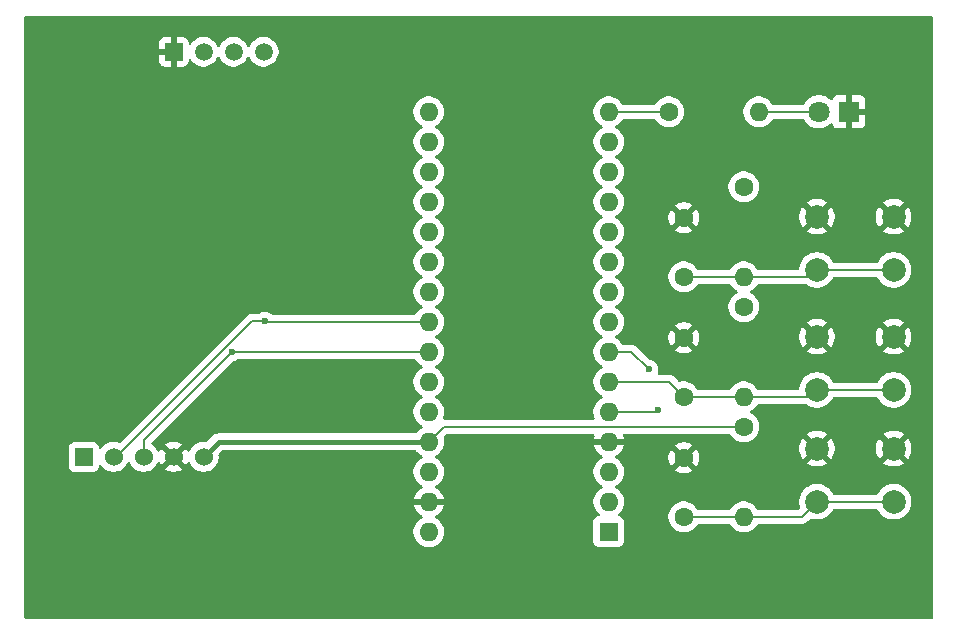
<source format=gtl>
G04 #@! TF.GenerationSoftware,KiCad,Pcbnew,9.0.1*
G04 #@! TF.CreationDate,2025-08-05T12:48:42+05:00*
G04 #@! TF.ProjectId,firstPCB,66697273-7450-4434-922e-6b696361645f,rev?*
G04 #@! TF.SameCoordinates,Original*
G04 #@! TF.FileFunction,Copper,L1,Top*
G04 #@! TF.FilePolarity,Positive*
%FSLAX46Y46*%
G04 Gerber Fmt 4.6, Leading zero omitted, Abs format (unit mm)*
G04 Created by KiCad (PCBNEW 9.0.1) date 2025-08-05 12:48:42*
%MOMM*%
%LPD*%
G01*
G04 APERTURE LIST*
G04 #@! TA.AperFunction,ComponentPad*
%ADD10C,2.000000*%
G04 #@! TD*
G04 #@! TA.AperFunction,ComponentPad*
%ADD11R,1.800000X1.800000*%
G04 #@! TD*
G04 #@! TA.AperFunction,ComponentPad*
%ADD12C,1.800000*%
G04 #@! TD*
G04 #@! TA.AperFunction,ComponentPad*
%ADD13C,1.600000*%
G04 #@! TD*
G04 #@! TA.AperFunction,ComponentPad*
%ADD14O,1.600000X1.600000*%
G04 #@! TD*
G04 #@! TA.AperFunction,ComponentPad*
%ADD15R,1.524000X1.524000*%
G04 #@! TD*
G04 #@! TA.AperFunction,ComponentPad*
%ADD16C,1.524000*%
G04 #@! TD*
G04 #@! TA.AperFunction,ComponentPad*
%ADD17R,1.500000X1.500000*%
G04 #@! TD*
G04 #@! TA.AperFunction,ComponentPad*
%ADD18C,1.500000*%
G04 #@! TD*
G04 #@! TA.AperFunction,ComponentPad*
%ADD19R,1.600000X1.600000*%
G04 #@! TD*
G04 #@! TA.AperFunction,ViaPad*
%ADD20C,0.600000*%
G04 #@! TD*
G04 #@! TA.AperFunction,Conductor*
%ADD21C,0.200000*%
G04 #@! TD*
G04 #@! TA.AperFunction,Conductor*
%ADD22C,0.400000*%
G04 #@! TD*
G04 APERTURE END LIST*
D10*
X97640000Y-87630000D03*
X104140000Y-87630000D03*
X97640000Y-92130000D03*
X104140000Y-92130000D03*
D11*
X100330000Y-68580000D03*
D12*
X97790000Y-68580000D03*
D13*
X91440000Y-85090000D03*
D14*
X91440000Y-92710000D03*
D13*
X91440000Y-95250000D03*
D14*
X91440000Y-102870000D03*
D15*
X35560000Y-97790000D03*
D16*
X38100000Y-97790000D03*
X40640000Y-97790000D03*
X43180000Y-97790000D03*
X45720000Y-97790000D03*
D13*
X86360000Y-92710000D03*
X86360000Y-87710000D03*
D10*
X97640000Y-77470000D03*
X104140000Y-77470000D03*
X97640000Y-81970000D03*
X104140000Y-81970000D03*
D13*
X91440000Y-74930000D03*
D14*
X91440000Y-82550000D03*
D13*
X86360000Y-102870000D03*
X86360000Y-97870000D03*
D17*
X43180000Y-63500000D03*
D18*
X45720000Y-63500000D03*
X48260000Y-63500000D03*
X50800000Y-63500000D03*
D13*
X86360000Y-82550000D03*
X86360000Y-77550000D03*
D19*
X80010000Y-104140000D03*
D14*
X80010000Y-101600000D03*
X80010000Y-99060000D03*
X80010000Y-96520000D03*
X80010000Y-93980000D03*
X80010000Y-91440000D03*
X80010000Y-88900000D03*
X80010000Y-86360000D03*
X80010000Y-83820000D03*
X80010000Y-81280000D03*
X80010000Y-78740000D03*
X80010000Y-76200000D03*
X80010000Y-73660000D03*
X80010000Y-71120000D03*
X80010000Y-68580000D03*
X64770000Y-68580000D03*
X64770000Y-71120000D03*
X64770000Y-73660000D03*
X64770000Y-76200000D03*
X64770000Y-78740000D03*
X64770000Y-81280000D03*
X64770000Y-83820000D03*
X64770000Y-86360000D03*
X64770000Y-88900000D03*
X64770000Y-91440000D03*
X64770000Y-93980000D03*
X64770000Y-96520000D03*
X64770000Y-99060000D03*
X64770000Y-101600000D03*
X64770000Y-104140000D03*
D10*
X97640000Y-97100000D03*
X104140000Y-97100000D03*
X97640000Y-101600000D03*
X104140000Y-101600000D03*
D13*
X85090000Y-68580000D03*
D14*
X92710000Y-68580000D03*
D20*
X48100000Y-88900000D03*
X50900000Y-86300000D03*
X83400000Y-90400000D03*
X84200000Y-93800000D03*
D21*
X48100000Y-88900000D02*
X40640000Y-96360000D01*
X64770000Y-88900000D02*
X48100000Y-88900000D01*
X40640000Y-96360000D02*
X40640000Y-97790000D01*
X50960000Y-86360000D02*
X50900000Y-86300000D01*
X38310000Y-97790000D02*
X38100000Y-97790000D01*
X64770000Y-86360000D02*
X50960000Y-86360000D01*
X50900000Y-86300000D02*
X49800000Y-86300000D01*
X49800000Y-86300000D02*
X38310000Y-97790000D01*
X97640000Y-101600000D02*
X104140000Y-101600000D01*
X80010000Y-88900000D02*
X81900000Y-88900000D01*
X96370000Y-102870000D02*
X97640000Y-101600000D01*
X81900000Y-88900000D02*
X83400000Y-90400000D01*
X91440000Y-102870000D02*
X96370000Y-102870000D01*
X86360000Y-102870000D02*
X91440000Y-102870000D01*
X97060000Y-92710000D02*
X97640000Y-92130000D01*
X97470000Y-92130000D02*
X96890000Y-92710000D01*
X103560000Y-92710000D02*
X104140000Y-92130000D01*
X96890000Y-92710000D02*
X91440000Y-92710000D01*
X97640000Y-92130000D02*
X97470000Y-92130000D01*
X86360000Y-92710000D02*
X91440000Y-92710000D01*
X85090000Y-91440000D02*
X86360000Y-92710000D01*
X80010000Y-91440000D02*
X85090000Y-91440000D01*
X97640000Y-92130000D02*
X104140000Y-92130000D01*
X97060000Y-82550000D02*
X97640000Y-81970000D01*
X97640000Y-81970000D02*
X104140000Y-81970000D01*
X80010000Y-93980000D02*
X84020000Y-93980000D01*
X91440000Y-82550000D02*
X97060000Y-82550000D01*
X84020000Y-93980000D02*
X84200000Y-93800000D01*
X103560000Y-82550000D02*
X104140000Y-81970000D01*
X86360000Y-82550000D02*
X91440000Y-82550000D01*
D22*
X46990000Y-96520000D02*
X45720000Y-97790000D01*
X64770000Y-96520000D02*
X46990000Y-96520000D01*
D21*
X66040000Y-95250000D02*
X91440000Y-95250000D01*
X64770000Y-96520000D02*
X66040000Y-95250000D01*
X80010000Y-68580000D02*
X85090000Y-68580000D01*
X92710000Y-68580000D02*
X97790000Y-68580000D01*
G04 #@! TA.AperFunction,Conductor*
G36*
X63607437Y-89520185D02*
G01*
X63650883Y-89568205D01*
X63657715Y-89581614D01*
X63778028Y-89747213D01*
X63922786Y-89891971D01*
X64077749Y-90004556D01*
X64088390Y-90012287D01*
X64179840Y-90058883D01*
X64181080Y-90059515D01*
X64231876Y-90107490D01*
X64248671Y-90175311D01*
X64226134Y-90241446D01*
X64181080Y-90280485D01*
X64088386Y-90327715D01*
X63922786Y-90448028D01*
X63778028Y-90592786D01*
X63657715Y-90758386D01*
X63564781Y-90940776D01*
X63501522Y-91135465D01*
X63469500Y-91337648D01*
X63469500Y-91542351D01*
X63501522Y-91744534D01*
X63564781Y-91939223D01*
X63601817Y-92011908D01*
X63649231Y-92104964D01*
X63657715Y-92121613D01*
X63778028Y-92287213D01*
X63922786Y-92431971D01*
X64077749Y-92544556D01*
X64088390Y-92552287D01*
X64179840Y-92598883D01*
X64181080Y-92599515D01*
X64231876Y-92647490D01*
X64248671Y-92715311D01*
X64226134Y-92781446D01*
X64181080Y-92820485D01*
X64088386Y-92867715D01*
X63922786Y-92988028D01*
X63778028Y-93132786D01*
X63657715Y-93298386D01*
X63564781Y-93480776D01*
X63501522Y-93675465D01*
X63469500Y-93877648D01*
X63469500Y-94082351D01*
X63501522Y-94284534D01*
X63564781Y-94479223D01*
X63657715Y-94661613D01*
X63778028Y-94827213D01*
X63922786Y-94971971D01*
X64077749Y-95084556D01*
X64088390Y-95092287D01*
X64179840Y-95138883D01*
X64181080Y-95139515D01*
X64231876Y-95187490D01*
X64248671Y-95255311D01*
X64226134Y-95321446D01*
X64181080Y-95360485D01*
X64088386Y-95407715D01*
X63922786Y-95528028D01*
X63778030Y-95672784D01*
X63708575Y-95768384D01*
X63653245Y-95811051D01*
X63608256Y-95819500D01*
X46921003Y-95819500D01*
X46812590Y-95841065D01*
X46812589Y-95841065D01*
X46785671Y-95846420D01*
X46658190Y-95899224D01*
X46543454Y-95975887D01*
X46012934Y-96506407D01*
X45951611Y-96539892D01*
X45905854Y-96541199D01*
X45819365Y-96527500D01*
X45819361Y-96527500D01*
X45620639Y-96527500D01*
X45555214Y-96537862D01*
X45424362Y-96558587D01*
X45235370Y-96619993D01*
X45235367Y-96619994D01*
X45058305Y-96710213D01*
X44897533Y-96827021D01*
X44757021Y-96967533D01*
X44640213Y-97128305D01*
X44560204Y-97285331D01*
X44512229Y-97336127D01*
X44444408Y-97352922D01*
X44378273Y-97330384D01*
X44339234Y-97285331D01*
X44259358Y-97128567D01*
X44232268Y-97091283D01*
X43561000Y-97762551D01*
X43561000Y-97739840D01*
X43535036Y-97642939D01*
X43484876Y-97556060D01*
X43413940Y-97485124D01*
X43327061Y-97434964D01*
X43230160Y-97409000D01*
X43207447Y-97409000D01*
X43878716Y-96737731D01*
X43878715Y-96737730D01*
X43841432Y-96710641D01*
X43664437Y-96620457D01*
X43475522Y-96559075D01*
X43279321Y-96528000D01*
X43080679Y-96528000D01*
X42884479Y-96559075D01*
X42884476Y-96559075D01*
X42695562Y-96620457D01*
X42518564Y-96710643D01*
X42481283Y-96737729D01*
X42481282Y-96737730D01*
X43152554Y-97409000D01*
X43129840Y-97409000D01*
X43032939Y-97434964D01*
X42946060Y-97485124D01*
X42875124Y-97556060D01*
X42824964Y-97642939D01*
X42799000Y-97739840D01*
X42799000Y-97762552D01*
X42127730Y-97091282D01*
X42127729Y-97091283D01*
X42100641Y-97128566D01*
X42020764Y-97285332D01*
X41972790Y-97336127D01*
X41904969Y-97352922D01*
X41838834Y-97330384D01*
X41799796Y-97285332D01*
X41719787Y-97128306D01*
X41602981Y-96967536D01*
X41462464Y-96827019D01*
X41367661Y-96758141D01*
X41324932Y-96727096D01*
X41282267Y-96671766D01*
X41276288Y-96602152D01*
X41308894Y-96540357D01*
X41310063Y-96539171D01*
X48114662Y-89734572D01*
X48175983Y-89701089D01*
X48178150Y-89700638D01*
X48236085Y-89689113D01*
X48333497Y-89669737D01*
X48479179Y-89609394D01*
X48479185Y-89609390D01*
X48610875Y-89521398D01*
X48677553Y-89500520D01*
X48679766Y-89500500D01*
X63540398Y-89500500D01*
X63607437Y-89520185D01*
G37*
G04 #@! TD.AperFunction*
G04 #@! TA.AperFunction,Conductor*
G36*
X107442539Y-60520185D02*
G01*
X107488294Y-60572989D01*
X107499500Y-60624500D01*
X107499500Y-111375500D01*
X107479815Y-111442539D01*
X107427011Y-111488294D01*
X107375500Y-111499500D01*
X30624500Y-111499500D01*
X30557461Y-111479815D01*
X30511706Y-111427011D01*
X30500500Y-111375500D01*
X30500500Y-96980135D01*
X34297500Y-96980135D01*
X34297500Y-98599870D01*
X34297501Y-98599876D01*
X34303908Y-98659483D01*
X34354202Y-98794328D01*
X34354206Y-98794335D01*
X34440452Y-98909544D01*
X34440455Y-98909547D01*
X34555664Y-98995793D01*
X34555671Y-98995797D01*
X34690517Y-99046091D01*
X34690516Y-99046091D01*
X34697444Y-99046835D01*
X34750127Y-99052500D01*
X36369872Y-99052499D01*
X36429483Y-99046091D01*
X36564331Y-98995796D01*
X36679546Y-98909546D01*
X36765796Y-98794331D01*
X36816091Y-98659483D01*
X36822500Y-98599873D01*
X36822499Y-98561197D01*
X36842182Y-98494161D01*
X36894985Y-98448405D01*
X36964143Y-98438460D01*
X37027699Y-98467483D01*
X37046817Y-98488312D01*
X37137019Y-98612464D01*
X37277536Y-98752981D01*
X37438306Y-98869787D01*
X37516333Y-98909544D01*
X37615367Y-98960005D01*
X37615370Y-98960006D01*
X37682628Y-98981859D01*
X37804364Y-99021413D01*
X38000639Y-99052500D01*
X38000640Y-99052500D01*
X38199360Y-99052500D01*
X38199361Y-99052500D01*
X38395636Y-99021413D01*
X38584632Y-98960005D01*
X38761694Y-98869787D01*
X38922464Y-98752981D01*
X39062981Y-98612464D01*
X39179787Y-98451694D01*
X39259515Y-98295218D01*
X39307490Y-98244423D01*
X39375311Y-98227628D01*
X39441446Y-98250165D01*
X39480484Y-98295218D01*
X39560213Y-98451694D01*
X39677019Y-98612464D01*
X39817536Y-98752981D01*
X39978306Y-98869787D01*
X40056333Y-98909544D01*
X40155367Y-98960005D01*
X40155370Y-98960006D01*
X40222628Y-98981859D01*
X40344364Y-99021413D01*
X40540639Y-99052500D01*
X40540640Y-99052500D01*
X40739360Y-99052500D01*
X40739361Y-99052500D01*
X40935636Y-99021413D01*
X41124632Y-98960005D01*
X41301694Y-98869787D01*
X41462464Y-98752981D01*
X41602981Y-98612464D01*
X41719787Y-98451694D01*
X41799796Y-98294667D01*
X41847769Y-98243872D01*
X41915590Y-98227077D01*
X41981725Y-98249614D01*
X42020765Y-98294668D01*
X42100641Y-98451432D01*
X42127730Y-98488715D01*
X42127731Y-98488716D01*
X42799000Y-97817447D01*
X42799000Y-97840160D01*
X42824964Y-97937061D01*
X42875124Y-98023940D01*
X42946060Y-98094876D01*
X43032939Y-98145036D01*
X43129840Y-98171000D01*
X43152553Y-98171000D01*
X42481283Y-98842268D01*
X42481283Y-98842269D01*
X42518567Y-98869358D01*
X42695562Y-98959542D01*
X42884477Y-99020924D01*
X43080679Y-99052000D01*
X43279321Y-99052000D01*
X43475520Y-99020924D01*
X43475523Y-99020924D01*
X43664437Y-98959542D01*
X43841425Y-98869362D01*
X43878716Y-98842268D01*
X43207448Y-98171000D01*
X43230160Y-98171000D01*
X43327061Y-98145036D01*
X43413940Y-98094876D01*
X43484876Y-98023940D01*
X43535036Y-97937061D01*
X43561000Y-97840160D01*
X43561000Y-97817447D01*
X44232268Y-98488715D01*
X44259364Y-98451422D01*
X44339234Y-98294669D01*
X44387208Y-98243872D01*
X44455029Y-98227077D01*
X44521164Y-98249614D01*
X44560203Y-98294667D01*
X44640213Y-98451694D01*
X44757019Y-98612464D01*
X44897536Y-98752981D01*
X45058306Y-98869787D01*
X45136333Y-98909544D01*
X45235367Y-98960005D01*
X45235370Y-98960006D01*
X45302628Y-98981859D01*
X45424364Y-99021413D01*
X45620639Y-99052500D01*
X45620640Y-99052500D01*
X45819360Y-99052500D01*
X45819361Y-99052500D01*
X46015636Y-99021413D01*
X46204632Y-98960005D01*
X46381694Y-98869787D01*
X46542464Y-98752981D01*
X46682981Y-98612464D01*
X46799787Y-98451694D01*
X46890005Y-98274632D01*
X46951413Y-98085636D01*
X46982500Y-97889361D01*
X46982500Y-97690639D01*
X46968799Y-97604140D01*
X46977753Y-97534851D01*
X47003586Y-97497069D01*
X47243839Y-97256816D01*
X47305161Y-97223334D01*
X47331519Y-97220500D01*
X63608256Y-97220500D01*
X63675295Y-97240185D01*
X63708575Y-97271616D01*
X63778030Y-97367215D01*
X63922786Y-97511971D01*
X64049654Y-97604144D01*
X64088390Y-97632287D01*
X64173793Y-97675802D01*
X64181080Y-97679515D01*
X64231876Y-97727490D01*
X64248671Y-97795311D01*
X64226134Y-97861446D01*
X64181080Y-97900485D01*
X64088386Y-97947715D01*
X63922786Y-98068028D01*
X63778028Y-98212786D01*
X63657715Y-98378386D01*
X63564781Y-98560776D01*
X63501522Y-98755465D01*
X63469500Y-98957648D01*
X63469500Y-99162351D01*
X63501522Y-99364534D01*
X63564781Y-99559223D01*
X63657715Y-99741613D01*
X63778028Y-99907213D01*
X63922786Y-100051971D01*
X64039060Y-100136447D01*
X64088390Y-100172287D01*
X64160424Y-100208990D01*
X64181629Y-100219795D01*
X64232425Y-100267770D01*
X64249220Y-100335591D01*
X64226682Y-100401726D01*
X64181629Y-100440765D01*
X64088650Y-100488140D01*
X63923105Y-100608417D01*
X63923104Y-100608417D01*
X63778417Y-100753104D01*
X63778417Y-100753105D01*
X63658140Y-100918650D01*
X63565244Y-101100970D01*
X63502009Y-101295586D01*
X63493391Y-101350000D01*
X64336988Y-101350000D01*
X64304075Y-101407007D01*
X64270000Y-101534174D01*
X64270000Y-101665826D01*
X64304075Y-101792993D01*
X64336988Y-101850000D01*
X63493391Y-101850000D01*
X63502009Y-101904413D01*
X63565244Y-102099029D01*
X63658140Y-102281349D01*
X63778417Y-102446894D01*
X63778417Y-102446895D01*
X63923104Y-102591582D01*
X64088652Y-102711861D01*
X64181628Y-102759234D01*
X64232425Y-102807208D01*
X64249220Y-102875029D01*
X64226683Y-102941164D01*
X64181630Y-102980203D01*
X64088388Y-103027713D01*
X63922786Y-103148028D01*
X63778028Y-103292786D01*
X63657715Y-103458386D01*
X63564781Y-103640776D01*
X63501522Y-103835465D01*
X63469500Y-104037648D01*
X63469500Y-104242351D01*
X63501522Y-104444534D01*
X63564781Y-104639223D01*
X63657715Y-104821613D01*
X63778028Y-104987213D01*
X63922786Y-105131971D01*
X64077749Y-105244556D01*
X64088390Y-105252287D01*
X64177212Y-105297544D01*
X64270776Y-105345218D01*
X64270778Y-105345218D01*
X64270781Y-105345220D01*
X64375137Y-105379127D01*
X64465465Y-105408477D01*
X64566557Y-105424488D01*
X64667648Y-105440500D01*
X64667649Y-105440500D01*
X64872351Y-105440500D01*
X64872352Y-105440500D01*
X65074534Y-105408477D01*
X65269219Y-105345220D01*
X65451610Y-105252287D01*
X65547901Y-105182328D01*
X65617213Y-105131971D01*
X65617215Y-105131968D01*
X65617219Y-105131966D01*
X65761966Y-104987219D01*
X65761968Y-104987215D01*
X65761971Y-104987213D01*
X65814732Y-104914590D01*
X65882287Y-104821610D01*
X65975220Y-104639219D01*
X66038477Y-104444534D01*
X66070500Y-104242352D01*
X66070500Y-104037648D01*
X66038477Y-103835466D01*
X65975220Y-103640781D01*
X65975218Y-103640778D01*
X65975218Y-103640776D01*
X65929787Y-103551614D01*
X65882287Y-103458390D01*
X65840329Y-103400639D01*
X65761971Y-103292786D01*
X65617213Y-103148028D01*
X65451611Y-103027713D01*
X65358369Y-102980203D01*
X65307574Y-102932229D01*
X65290779Y-102864407D01*
X65313317Y-102798273D01*
X65358371Y-102759234D01*
X65451347Y-102711861D01*
X65616894Y-102591582D01*
X65616895Y-102591582D01*
X65761582Y-102446895D01*
X65761582Y-102446894D01*
X65881859Y-102281349D01*
X65974755Y-102099029D01*
X66037990Y-101904413D01*
X66046609Y-101850000D01*
X65203012Y-101850000D01*
X65235925Y-101792993D01*
X65270000Y-101665826D01*
X65270000Y-101534174D01*
X65235925Y-101407007D01*
X65203012Y-101350000D01*
X66046609Y-101350000D01*
X66037990Y-101295586D01*
X65974755Y-101100970D01*
X65881859Y-100918650D01*
X65761582Y-100753105D01*
X65761582Y-100753104D01*
X65616895Y-100608417D01*
X65451349Y-100488140D01*
X65358370Y-100440765D01*
X65307574Y-100392790D01*
X65290779Y-100324969D01*
X65313316Y-100258835D01*
X65358370Y-100219795D01*
X65358920Y-100219515D01*
X65451610Y-100172287D01*
X65551794Y-100099500D01*
X65617213Y-100051971D01*
X65617215Y-100051968D01*
X65617219Y-100051966D01*
X65761966Y-99907219D01*
X65761968Y-99907215D01*
X65761971Y-99907213D01*
X65814732Y-99834590D01*
X65882287Y-99741610D01*
X65975220Y-99559219D01*
X66038477Y-99364534D01*
X66070500Y-99162352D01*
X66070500Y-98957648D01*
X66056516Y-98869358D01*
X66038477Y-98755465D01*
X65986638Y-98595922D01*
X65975220Y-98560781D01*
X65975218Y-98560778D01*
X65975218Y-98560776D01*
X65919636Y-98451692D01*
X65882287Y-98378390D01*
X65841796Y-98322658D01*
X65761971Y-98212786D01*
X65617213Y-98068028D01*
X65451614Y-97947715D01*
X65430704Y-97937061D01*
X65358917Y-97900483D01*
X65308123Y-97852511D01*
X65291328Y-97784690D01*
X65313865Y-97718555D01*
X65358917Y-97679516D01*
X65451610Y-97632287D01*
X65490346Y-97604144D01*
X65617213Y-97511971D01*
X65617215Y-97511968D01*
X65617219Y-97511966D01*
X65761966Y-97367219D01*
X65761968Y-97367215D01*
X65761971Y-97367213D01*
X65842176Y-97256818D01*
X65882287Y-97201610D01*
X65975220Y-97019219D01*
X66038477Y-96824534D01*
X66070500Y-96622352D01*
X66070500Y-96417648D01*
X66038477Y-96215466D01*
X66033826Y-96201154D01*
X66031832Y-96131315D01*
X66064077Y-96075157D01*
X66252416Y-95886819D01*
X66313739Y-95853334D01*
X66340097Y-95850500D01*
X78690276Y-95850500D01*
X78757315Y-95870185D01*
X78803070Y-95922989D01*
X78813014Y-95992147D01*
X78806408Y-96016228D01*
X78806749Y-96016339D01*
X78742009Y-96215586D01*
X78733391Y-96270000D01*
X79576988Y-96270000D01*
X79544075Y-96327007D01*
X79510000Y-96454174D01*
X79510000Y-96585826D01*
X79544075Y-96712993D01*
X79576988Y-96770000D01*
X78733391Y-96770000D01*
X78742009Y-96824413D01*
X78805244Y-97019029D01*
X78898140Y-97201349D01*
X79018417Y-97366894D01*
X79018417Y-97366895D01*
X79163104Y-97511582D01*
X79328652Y-97631861D01*
X79421628Y-97679234D01*
X79472425Y-97727208D01*
X79489220Y-97795029D01*
X79466683Y-97861164D01*
X79421630Y-97900203D01*
X79328388Y-97947713D01*
X79162786Y-98068028D01*
X79018028Y-98212786D01*
X78897715Y-98378386D01*
X78804781Y-98560776D01*
X78741522Y-98755465D01*
X78709500Y-98957648D01*
X78709500Y-99162351D01*
X78741522Y-99364534D01*
X78804781Y-99559223D01*
X78897715Y-99741613D01*
X79018028Y-99907213D01*
X79162786Y-100051971D01*
X79279060Y-100136447D01*
X79328390Y-100172287D01*
X79401291Y-100209432D01*
X79421080Y-100219515D01*
X79471876Y-100267490D01*
X79488671Y-100335311D01*
X79466134Y-100401446D01*
X79421080Y-100440485D01*
X79328386Y-100487715D01*
X79162786Y-100608028D01*
X79018028Y-100752786D01*
X78897715Y-100918386D01*
X78804781Y-101100776D01*
X78741522Y-101295465D01*
X78709500Y-101497648D01*
X78709500Y-101702351D01*
X78741522Y-101904534D01*
X78804781Y-102099223D01*
X78897715Y-102281613D01*
X79018028Y-102447213D01*
X79162784Y-102591969D01*
X79199068Y-102618330D01*
X79241735Y-102673659D01*
X79247715Y-102743273D01*
X79215109Y-102805068D01*
X79154271Y-102839426D01*
X79139440Y-102841938D01*
X79102519Y-102845907D01*
X78967671Y-102896202D01*
X78967664Y-102896206D01*
X78852455Y-102982452D01*
X78852452Y-102982455D01*
X78766206Y-103097664D01*
X78766202Y-103097671D01*
X78715908Y-103232517D01*
X78709501Y-103292116D01*
X78709501Y-103292123D01*
X78709500Y-103292135D01*
X78709500Y-104987870D01*
X78709501Y-104987876D01*
X78715908Y-105047483D01*
X78766202Y-105182328D01*
X78766206Y-105182335D01*
X78852452Y-105297544D01*
X78852455Y-105297547D01*
X78967664Y-105383793D01*
X78967671Y-105383797D01*
X79102517Y-105434091D01*
X79102516Y-105434091D01*
X79109444Y-105434835D01*
X79162127Y-105440500D01*
X80857872Y-105440499D01*
X80917483Y-105434091D01*
X81052331Y-105383796D01*
X81167546Y-105297546D01*
X81253796Y-105182331D01*
X81304091Y-105047483D01*
X81310500Y-104987873D01*
X81310499Y-103292128D01*
X81304091Y-103232517D01*
X81302595Y-103228507D01*
X81253797Y-103097671D01*
X81253793Y-103097664D01*
X81167547Y-102982455D01*
X81167544Y-102982452D01*
X81052335Y-102896206D01*
X81052328Y-102896202D01*
X81010776Y-102880704D01*
X81010764Y-102880700D01*
X80917483Y-102845909D01*
X80870105Y-102840815D01*
X80859987Y-102837946D01*
X80838960Y-102824707D01*
X80816009Y-102815201D01*
X80809911Y-102806418D01*
X80800860Y-102800720D01*
X80790329Y-102778215D01*
X80782992Y-102767648D01*
X85059500Y-102767648D01*
X85059500Y-102972352D01*
X85061100Y-102982452D01*
X85091522Y-103174534D01*
X85154781Y-103369223D01*
X85247715Y-103551613D01*
X85368028Y-103717213D01*
X85512786Y-103861971D01*
X85667749Y-103974556D01*
X85678390Y-103982287D01*
X85787042Y-104037648D01*
X85860776Y-104075218D01*
X85860778Y-104075218D01*
X85860781Y-104075220D01*
X85965137Y-104109127D01*
X86055465Y-104138477D01*
X86156557Y-104154488D01*
X86257648Y-104170500D01*
X86257649Y-104170500D01*
X86462351Y-104170500D01*
X86462352Y-104170500D01*
X86664534Y-104138477D01*
X86859219Y-104075220D01*
X87041610Y-103982287D01*
X87134590Y-103914732D01*
X87207213Y-103861971D01*
X87207215Y-103861968D01*
X87207219Y-103861966D01*
X87351966Y-103717219D01*
X87351968Y-103717215D01*
X87351971Y-103717213D01*
X87472284Y-103551614D01*
X87472285Y-103551613D01*
X87472287Y-103551610D01*
X87479117Y-103538204D01*
X87527091Y-103487409D01*
X87589602Y-103470500D01*
X90210398Y-103470500D01*
X90277437Y-103490185D01*
X90320883Y-103538205D01*
X90327715Y-103551614D01*
X90448028Y-103717213D01*
X90592786Y-103861971D01*
X90747749Y-103974556D01*
X90758390Y-103982287D01*
X90867042Y-104037648D01*
X90940776Y-104075218D01*
X90940778Y-104075218D01*
X90940781Y-104075220D01*
X91045137Y-104109127D01*
X91135465Y-104138477D01*
X91236557Y-104154488D01*
X91337648Y-104170500D01*
X91337649Y-104170500D01*
X91542351Y-104170500D01*
X91542352Y-104170500D01*
X91744534Y-104138477D01*
X91939219Y-104075220D01*
X92121610Y-103982287D01*
X92214590Y-103914732D01*
X92287213Y-103861971D01*
X92287215Y-103861968D01*
X92287219Y-103861966D01*
X92431966Y-103717219D01*
X92431968Y-103717215D01*
X92431971Y-103717213D01*
X92552284Y-103551614D01*
X92552285Y-103551613D01*
X92552287Y-103551610D01*
X92559117Y-103538204D01*
X92607091Y-103487409D01*
X92669602Y-103470500D01*
X96283331Y-103470500D01*
X96283347Y-103470501D01*
X96290943Y-103470501D01*
X96449054Y-103470501D01*
X96449057Y-103470501D01*
X96601785Y-103429577D01*
X96651904Y-103400639D01*
X96738716Y-103350520D01*
X96850520Y-103238716D01*
X96850520Y-103238714D01*
X96860728Y-103228507D01*
X96860730Y-103228504D01*
X97036437Y-103052796D01*
X97097758Y-103019313D01*
X97162433Y-103022547D01*
X97288632Y-103063553D01*
X97376110Y-103077408D01*
X97521903Y-103100500D01*
X97521908Y-103100500D01*
X97758097Y-103100500D01*
X97991368Y-103063553D01*
X98024468Y-103052798D01*
X98215992Y-102990568D01*
X98426433Y-102883343D01*
X98617510Y-102744517D01*
X98784517Y-102577510D01*
X98923343Y-102386433D01*
X98983583Y-102268204D01*
X99031558Y-102217409D01*
X99094068Y-102200500D01*
X102685932Y-102200500D01*
X102752971Y-102220185D01*
X102796416Y-102268203D01*
X102856657Y-102386433D01*
X102995483Y-102577510D01*
X103162490Y-102744517D01*
X103353567Y-102883343D01*
X103449511Y-102932229D01*
X103564003Y-102990566D01*
X103564005Y-102990566D01*
X103564008Y-102990568D01*
X103652476Y-103019313D01*
X103788631Y-103063553D01*
X104021903Y-103100500D01*
X104021908Y-103100500D01*
X104258097Y-103100500D01*
X104491368Y-103063553D01*
X104524468Y-103052798D01*
X104715992Y-102990568D01*
X104926433Y-102883343D01*
X105117510Y-102744517D01*
X105284517Y-102577510D01*
X105423343Y-102386433D01*
X105530568Y-102175992D01*
X105603553Y-101951368D01*
X105628637Y-101792993D01*
X105640500Y-101718097D01*
X105640500Y-101481902D01*
X105603553Y-101248631D01*
X105566331Y-101134075D01*
X105530568Y-101024008D01*
X105530566Y-101024005D01*
X105530566Y-101024003D01*
X105423342Y-100813566D01*
X105284517Y-100622490D01*
X105117510Y-100455483D01*
X104926433Y-100316657D01*
X104715996Y-100209433D01*
X104491368Y-100136446D01*
X104258097Y-100099500D01*
X104258092Y-100099500D01*
X104021908Y-100099500D01*
X104021903Y-100099500D01*
X103788631Y-100136446D01*
X103564003Y-100209433D01*
X103353566Y-100316657D01*
X103293222Y-100360500D01*
X103162490Y-100455483D01*
X103162488Y-100455485D01*
X103162487Y-100455485D01*
X102995485Y-100622487D01*
X102995485Y-100622488D01*
X102995483Y-100622490D01*
X102935862Y-100704550D01*
X102856657Y-100813566D01*
X102824060Y-100877540D01*
X102803115Y-100918650D01*
X102796417Y-100931795D01*
X102748442Y-100982591D01*
X102685932Y-100999500D01*
X99094068Y-100999500D01*
X99027029Y-100979815D01*
X98983583Y-100931795D01*
X98923343Y-100813567D01*
X98784517Y-100622490D01*
X98617510Y-100455483D01*
X98426433Y-100316657D01*
X98215996Y-100209433D01*
X97991368Y-100136446D01*
X97758097Y-100099500D01*
X97758092Y-100099500D01*
X97521908Y-100099500D01*
X97521903Y-100099500D01*
X97288631Y-100136446D01*
X97064003Y-100209433D01*
X96853566Y-100316657D01*
X96793222Y-100360500D01*
X96662490Y-100455483D01*
X96662488Y-100455485D01*
X96662487Y-100455485D01*
X96495485Y-100622487D01*
X96495485Y-100622488D01*
X96495483Y-100622490D01*
X96435862Y-100704550D01*
X96356657Y-100813566D01*
X96249433Y-101024003D01*
X96176446Y-101248631D01*
X96139500Y-101481902D01*
X96139500Y-101718097D01*
X96176447Y-101951369D01*
X96176447Y-101951372D01*
X96217450Y-102077564D01*
X96217884Y-102092775D01*
X96223203Y-102107034D01*
X96218861Y-102126991D01*
X96219445Y-102147405D01*
X96211357Y-102161491D01*
X96208352Y-102175307D01*
X96187202Y-102203562D01*
X96157585Y-102233180D01*
X96096262Y-102266666D01*
X96069902Y-102269500D01*
X92669602Y-102269500D01*
X92602563Y-102249815D01*
X92559117Y-102201795D01*
X92552284Y-102188385D01*
X92431971Y-102022786D01*
X92287213Y-101878028D01*
X92121613Y-101757715D01*
X92121612Y-101757714D01*
X92121610Y-101757713D01*
X92064653Y-101728691D01*
X91939223Y-101664781D01*
X91744534Y-101601522D01*
X91569995Y-101573878D01*
X91542352Y-101569500D01*
X91337648Y-101569500D01*
X91313329Y-101573351D01*
X91135465Y-101601522D01*
X90940776Y-101664781D01*
X90758386Y-101757715D01*
X90592786Y-101878028D01*
X90448028Y-102022786D01*
X90327715Y-102188385D01*
X90320883Y-102201795D01*
X90272909Y-102252591D01*
X90210398Y-102269500D01*
X87589602Y-102269500D01*
X87522563Y-102249815D01*
X87479117Y-102201795D01*
X87472284Y-102188385D01*
X87351971Y-102022786D01*
X87207213Y-101878028D01*
X87041613Y-101757715D01*
X87041612Y-101757714D01*
X87041610Y-101757713D01*
X86984653Y-101728691D01*
X86859223Y-101664781D01*
X86664534Y-101601522D01*
X86489995Y-101573878D01*
X86462352Y-101569500D01*
X86257648Y-101569500D01*
X86233329Y-101573351D01*
X86055465Y-101601522D01*
X85860776Y-101664781D01*
X85678386Y-101757715D01*
X85512786Y-101878028D01*
X85368028Y-102022786D01*
X85247715Y-102188386D01*
X85154781Y-102370776D01*
X85091522Y-102565465D01*
X85068336Y-102711861D01*
X85059500Y-102767648D01*
X80782992Y-102767648D01*
X80776160Y-102757809D01*
X80775778Y-102747121D01*
X80771246Y-102737436D01*
X80774553Y-102712811D01*
X80773667Y-102687984D01*
X80779123Y-102678787D01*
X80780547Y-102668188D01*
X80796641Y-102649261D01*
X80809319Y-102627895D01*
X80820930Y-102618331D01*
X80857219Y-102591966D01*
X81001966Y-102447219D01*
X81001968Y-102447215D01*
X81001971Y-102447213D01*
X81057505Y-102370776D01*
X81122287Y-102281610D01*
X81215220Y-102099219D01*
X81278477Y-101904534D01*
X81310500Y-101702352D01*
X81310500Y-101497648D01*
X81296144Y-101407007D01*
X81278477Y-101295465D01*
X81215218Y-101100776D01*
X81176100Y-101024003D01*
X81122287Y-100918390D01*
X81114556Y-100907749D01*
X81001971Y-100752786D01*
X80857213Y-100608028D01*
X80691614Y-100487715D01*
X80685006Y-100484348D01*
X80598917Y-100440483D01*
X80548123Y-100392511D01*
X80531328Y-100324690D01*
X80553865Y-100258555D01*
X80598917Y-100219516D01*
X80691610Y-100172287D01*
X80791794Y-100099500D01*
X80857213Y-100051971D01*
X80857215Y-100051968D01*
X80857219Y-100051966D01*
X81001966Y-99907219D01*
X81001968Y-99907215D01*
X81001971Y-99907213D01*
X81054732Y-99834590D01*
X81122287Y-99741610D01*
X81215220Y-99559219D01*
X81278477Y-99364534D01*
X81310500Y-99162352D01*
X81310500Y-98957648D01*
X81278477Y-98755466D01*
X81215220Y-98560781D01*
X81215218Y-98560778D01*
X81215218Y-98560776D01*
X81159636Y-98451692D01*
X81122287Y-98378390D01*
X81081796Y-98322658D01*
X81001971Y-98212786D01*
X80857213Y-98068028D01*
X80691611Y-97947713D01*
X80598369Y-97900203D01*
X80589215Y-97891557D01*
X80577550Y-97886823D01*
X80564297Y-97868024D01*
X80547574Y-97852229D01*
X80544547Y-97840006D01*
X80537293Y-97829716D01*
X80536307Y-97806734D01*
X80530779Y-97784407D01*
X80534840Y-97772490D01*
X80534634Y-97767682D01*
X85060000Y-97767682D01*
X85060000Y-97972317D01*
X85092009Y-98174417D01*
X85155244Y-98369031D01*
X85248141Y-98551350D01*
X85248147Y-98551359D01*
X85280523Y-98595921D01*
X85280524Y-98595922D01*
X85960000Y-97916446D01*
X85960000Y-97922661D01*
X85987259Y-98024394D01*
X86039920Y-98115606D01*
X86114394Y-98190080D01*
X86205606Y-98242741D01*
X86307339Y-98270000D01*
X86313553Y-98270000D01*
X85634076Y-98949474D01*
X85678650Y-98981859D01*
X85860968Y-99074755D01*
X86055582Y-99137990D01*
X86257683Y-99170000D01*
X86462317Y-99170000D01*
X86664417Y-99137990D01*
X86859031Y-99074755D01*
X87041349Y-98981859D01*
X87085921Y-98949474D01*
X86406447Y-98270000D01*
X86412661Y-98270000D01*
X86514394Y-98242741D01*
X86605606Y-98190080D01*
X86680080Y-98115606D01*
X86732741Y-98024394D01*
X86760000Y-97922661D01*
X86760000Y-97916447D01*
X87439474Y-98595921D01*
X87471859Y-98551349D01*
X87564755Y-98369029D01*
X87607629Y-98237081D01*
X87607629Y-98237079D01*
X87627990Y-98174415D01*
X87660000Y-97972317D01*
X87660000Y-97767682D01*
X87627990Y-97565582D01*
X87564755Y-97370968D01*
X87471859Y-97188650D01*
X87439474Y-97144077D01*
X87439474Y-97144076D01*
X86760000Y-97823551D01*
X86760000Y-97817339D01*
X86732741Y-97715606D01*
X86680080Y-97624394D01*
X86605606Y-97549920D01*
X86514394Y-97497259D01*
X86412661Y-97470000D01*
X86406446Y-97470000D01*
X86894500Y-96981947D01*
X96140000Y-96981947D01*
X96140000Y-97218052D01*
X96176934Y-97451247D01*
X96249897Y-97675802D01*
X96357087Y-97886174D01*
X96417338Y-97969104D01*
X96417340Y-97969105D01*
X97116212Y-97270233D01*
X97127482Y-97312292D01*
X97199890Y-97437708D01*
X97302292Y-97540110D01*
X97427708Y-97612518D01*
X97469765Y-97623787D01*
X96770893Y-98322658D01*
X96853828Y-98382914D01*
X97064197Y-98490102D01*
X97288752Y-98563065D01*
X97288751Y-98563065D01*
X97521948Y-98600000D01*
X97758052Y-98600000D01*
X97991247Y-98563065D01*
X98215802Y-98490102D01*
X98426163Y-98382918D01*
X98426169Y-98382914D01*
X98509104Y-98322658D01*
X98509105Y-98322658D01*
X97810233Y-97623787D01*
X97852292Y-97612518D01*
X97977708Y-97540110D01*
X98080110Y-97437708D01*
X98152518Y-97312292D01*
X98163787Y-97270233D01*
X98862658Y-97969105D01*
X98862658Y-97969104D01*
X98922914Y-97886169D01*
X98922918Y-97886163D01*
X99030102Y-97675802D01*
X99103065Y-97451247D01*
X99140000Y-97218052D01*
X99140000Y-96981947D01*
X102640000Y-96981947D01*
X102640000Y-97218052D01*
X102676934Y-97451247D01*
X102749897Y-97675802D01*
X102857087Y-97886174D01*
X102917338Y-97969104D01*
X102917340Y-97969105D01*
X103616212Y-97270233D01*
X103627482Y-97312292D01*
X103699890Y-97437708D01*
X103802292Y-97540110D01*
X103927708Y-97612518D01*
X103969765Y-97623787D01*
X103270893Y-98322658D01*
X103353828Y-98382914D01*
X103564197Y-98490102D01*
X103788752Y-98563065D01*
X103788751Y-98563065D01*
X104021948Y-98600000D01*
X104258052Y-98600000D01*
X104491247Y-98563065D01*
X104715802Y-98490102D01*
X104926163Y-98382918D01*
X104926169Y-98382914D01*
X105009104Y-98322658D01*
X105009105Y-98322658D01*
X104310233Y-97623787D01*
X104352292Y-97612518D01*
X104477708Y-97540110D01*
X104580110Y-97437708D01*
X104652518Y-97312292D01*
X104663787Y-97270234D01*
X105362658Y-97969105D01*
X105362658Y-97969104D01*
X105422914Y-97886169D01*
X105422918Y-97886163D01*
X105530102Y-97675802D01*
X105603065Y-97451247D01*
X105640000Y-97218052D01*
X105640000Y-96981947D01*
X105603065Y-96748752D01*
X105530102Y-96524197D01*
X105422914Y-96313828D01*
X105362658Y-96230894D01*
X105362658Y-96230893D01*
X104663787Y-96929765D01*
X104652518Y-96887708D01*
X104580110Y-96762292D01*
X104477708Y-96659890D01*
X104352292Y-96587482D01*
X104310234Y-96576212D01*
X105009105Y-95877340D01*
X105009104Y-95877338D01*
X104926174Y-95817087D01*
X104715802Y-95709897D01*
X104491247Y-95636934D01*
X104491248Y-95636934D01*
X104258052Y-95600000D01*
X104021948Y-95600000D01*
X103788752Y-95636934D01*
X103564197Y-95709897D01*
X103353830Y-95817084D01*
X103270894Y-95877340D01*
X103969766Y-96576212D01*
X103927708Y-96587482D01*
X103802292Y-96659890D01*
X103699890Y-96762292D01*
X103627482Y-96887708D01*
X103616212Y-96929766D01*
X102917340Y-96230894D01*
X102857084Y-96313830D01*
X102749897Y-96524197D01*
X102676934Y-96748752D01*
X102640000Y-96981947D01*
X99140000Y-96981947D01*
X99103065Y-96748752D01*
X99030102Y-96524197D01*
X98922914Y-96313828D01*
X98862658Y-96230894D01*
X98862658Y-96230893D01*
X98163787Y-96929765D01*
X98152518Y-96887708D01*
X98080110Y-96762292D01*
X97977708Y-96659890D01*
X97852292Y-96587482D01*
X97810234Y-96576212D01*
X98509105Y-95877340D01*
X98509104Y-95877339D01*
X98426174Y-95817087D01*
X98215802Y-95709897D01*
X97991247Y-95636934D01*
X97991248Y-95636934D01*
X97758052Y-95600000D01*
X97521948Y-95600000D01*
X97288752Y-95636934D01*
X97064197Y-95709897D01*
X96853830Y-95817084D01*
X96770894Y-95877340D01*
X97469766Y-96576212D01*
X97427708Y-96587482D01*
X97302292Y-96659890D01*
X97199890Y-96762292D01*
X97127482Y-96887708D01*
X97116212Y-96929766D01*
X96417340Y-96230894D01*
X96357084Y-96313830D01*
X96249897Y-96524197D01*
X96176934Y-96748752D01*
X96140000Y-96981947D01*
X86894500Y-96981947D01*
X86987053Y-96889394D01*
X87085922Y-96790524D01*
X87085921Y-96790523D01*
X87041359Y-96758147D01*
X87041350Y-96758141D01*
X86859031Y-96665244D01*
X86664417Y-96602009D01*
X86462317Y-96570000D01*
X86257683Y-96570000D01*
X86055582Y-96602009D01*
X85860968Y-96665244D01*
X85678644Y-96758143D01*
X85634077Y-96790523D01*
X85634077Y-96790524D01*
X86313554Y-97470000D01*
X86307339Y-97470000D01*
X86205606Y-97497259D01*
X86114394Y-97549920D01*
X86039920Y-97624394D01*
X85987259Y-97715606D01*
X85960000Y-97817339D01*
X85960000Y-97823553D01*
X85280524Y-97144077D01*
X85280523Y-97144077D01*
X85248143Y-97188644D01*
X85155244Y-97370968D01*
X85092009Y-97565582D01*
X85060000Y-97767682D01*
X80534634Y-97767682D01*
X80534301Y-97759911D01*
X80545897Y-97740044D01*
X80553317Y-97718273D01*
X80564019Y-97708999D01*
X80569524Y-97699569D01*
X80598371Y-97679234D01*
X80651172Y-97652331D01*
X80691347Y-97631861D01*
X80856894Y-97511582D01*
X80856895Y-97511582D01*
X81001582Y-97366895D01*
X81001582Y-97366894D01*
X81121859Y-97201349D01*
X81214755Y-97019029D01*
X81277989Y-96824417D01*
X81278946Y-96818380D01*
X81278947Y-96818377D01*
X81286609Y-96770000D01*
X80443012Y-96770000D01*
X80475925Y-96712993D01*
X80510000Y-96585826D01*
X80510000Y-96454174D01*
X80475925Y-96327007D01*
X80443012Y-96270000D01*
X81286609Y-96270000D01*
X81277990Y-96215586D01*
X81213251Y-96016339D01*
X81214512Y-96015929D01*
X81207697Y-95952470D01*
X81238978Y-95889994D01*
X81299071Y-95854348D01*
X81329724Y-95850500D01*
X90210398Y-95850500D01*
X90277437Y-95870185D01*
X90320883Y-95918205D01*
X90327715Y-95931614D01*
X90448028Y-96097213D01*
X90592786Y-96241971D01*
X90747749Y-96354556D01*
X90758390Y-96362287D01*
X90867042Y-96417648D01*
X90940776Y-96455218D01*
X90940778Y-96455218D01*
X90940781Y-96455220D01*
X91045137Y-96489127D01*
X91135465Y-96518477D01*
X91232892Y-96533908D01*
X91337648Y-96550500D01*
X91337649Y-96550500D01*
X91542351Y-96550500D01*
X91542352Y-96550500D01*
X91744534Y-96518477D01*
X91939219Y-96455220D01*
X92121610Y-96362287D01*
X92214590Y-96294732D01*
X92287213Y-96241971D01*
X92287215Y-96241968D01*
X92287219Y-96241966D01*
X92431966Y-96097219D01*
X92431968Y-96097215D01*
X92431971Y-96097213D01*
X92491026Y-96015929D01*
X92552287Y-95931610D01*
X92645220Y-95749219D01*
X92708477Y-95554534D01*
X92740500Y-95352352D01*
X92740500Y-95147648D01*
X92708477Y-94945466D01*
X92645220Y-94750781D01*
X92645218Y-94750778D01*
X92645218Y-94750776D01*
X92605457Y-94672742D01*
X92552287Y-94568390D01*
X92537120Y-94547514D01*
X92431971Y-94402786D01*
X92287213Y-94258028D01*
X92121614Y-94137715D01*
X92115006Y-94134348D01*
X92028917Y-94090483D01*
X91978123Y-94042511D01*
X91961328Y-93974690D01*
X91983865Y-93908555D01*
X92028917Y-93869516D01*
X92121610Y-93822287D01*
X92142770Y-93806913D01*
X92287213Y-93701971D01*
X92287215Y-93701968D01*
X92287219Y-93701966D01*
X92431966Y-93557219D01*
X92431968Y-93557215D01*
X92431971Y-93557213D01*
X92552284Y-93391614D01*
X92552285Y-93391613D01*
X92552287Y-93391610D01*
X92559117Y-93378204D01*
X92607091Y-93327409D01*
X92669602Y-93310500D01*
X96671726Y-93310500D01*
X96738765Y-93330185D01*
X96744602Y-93334175D01*
X96853567Y-93413343D01*
X96952991Y-93464002D01*
X97064003Y-93520566D01*
X97064005Y-93520566D01*
X97064008Y-93520568D01*
X97176789Y-93557213D01*
X97288631Y-93593553D01*
X97521903Y-93630500D01*
X97521908Y-93630500D01*
X97758097Y-93630500D01*
X97991368Y-93593553D01*
X98215992Y-93520568D01*
X98426433Y-93413343D01*
X98617510Y-93274517D01*
X98784517Y-93107510D01*
X98923343Y-92916433D01*
X98983583Y-92798204D01*
X99031558Y-92747409D01*
X99094068Y-92730500D01*
X102685932Y-92730500D01*
X102752971Y-92750185D01*
X102796416Y-92798203D01*
X102856657Y-92916433D01*
X102995483Y-93107510D01*
X103162490Y-93274517D01*
X103353567Y-93413343D01*
X103452991Y-93464002D01*
X103564003Y-93520566D01*
X103564005Y-93520566D01*
X103564008Y-93520568D01*
X103676789Y-93557213D01*
X103788631Y-93593553D01*
X104021903Y-93630500D01*
X104021908Y-93630500D01*
X104258097Y-93630500D01*
X104491368Y-93593553D01*
X104715992Y-93520568D01*
X104926433Y-93413343D01*
X105117510Y-93274517D01*
X105284517Y-93107510D01*
X105423343Y-92916433D01*
X105530568Y-92705992D01*
X105603553Y-92481368D01*
X105611377Y-92431971D01*
X105640500Y-92248097D01*
X105640500Y-92011902D01*
X105603553Y-91778631D01*
X105544769Y-91597715D01*
X105530568Y-91554008D01*
X105530566Y-91554005D01*
X105530566Y-91554003D01*
X105460210Y-91415922D01*
X105423343Y-91343567D01*
X105284517Y-91152490D01*
X105117510Y-90985483D01*
X104926433Y-90846657D01*
X104859948Y-90812781D01*
X104715996Y-90739433D01*
X104491368Y-90666446D01*
X104258097Y-90629500D01*
X104258092Y-90629500D01*
X104021908Y-90629500D01*
X104021903Y-90629500D01*
X103788631Y-90666446D01*
X103564003Y-90739433D01*
X103353566Y-90846657D01*
X103244550Y-90925862D01*
X103162490Y-90985483D01*
X103162488Y-90985485D01*
X103162487Y-90985485D01*
X102995485Y-91152487D01*
X102995485Y-91152488D01*
X102995483Y-91152490D01*
X102935862Y-91234550D01*
X102856657Y-91343566D01*
X102824060Y-91407540D01*
X102803361Y-91448167D01*
X102796417Y-91461795D01*
X102748442Y-91512591D01*
X102685932Y-91529500D01*
X99094068Y-91529500D01*
X99027029Y-91509815D01*
X98983583Y-91461795D01*
X98923343Y-91343567D01*
X98784517Y-91152490D01*
X98617510Y-90985483D01*
X98426433Y-90846657D01*
X98359948Y-90812781D01*
X98215996Y-90739433D01*
X97991368Y-90666446D01*
X97758097Y-90629500D01*
X97758092Y-90629500D01*
X97521908Y-90629500D01*
X97521903Y-90629500D01*
X97288631Y-90666446D01*
X97064003Y-90739433D01*
X96853566Y-90846657D01*
X96744550Y-90925862D01*
X96662490Y-90985483D01*
X96662488Y-90985485D01*
X96662487Y-90985485D01*
X96495485Y-91152487D01*
X96495485Y-91152488D01*
X96495483Y-91152490D01*
X96435862Y-91234550D01*
X96356657Y-91343566D01*
X96249433Y-91554003D01*
X96176446Y-91778631D01*
X96140609Y-92004898D01*
X96110680Y-92068033D01*
X96051368Y-92104964D01*
X96018136Y-92109500D01*
X92669602Y-92109500D01*
X92602563Y-92089815D01*
X92559117Y-92041795D01*
X92552284Y-92028385D01*
X92431971Y-91862786D01*
X92287213Y-91718028D01*
X92121613Y-91597715D01*
X92121612Y-91597714D01*
X92121610Y-91597713D01*
X92064653Y-91568691D01*
X91939223Y-91504781D01*
X91744534Y-91441522D01*
X91569995Y-91413878D01*
X91542352Y-91409500D01*
X91337648Y-91409500D01*
X91313329Y-91413351D01*
X91135465Y-91441522D01*
X90940776Y-91504781D01*
X90758386Y-91597715D01*
X90592786Y-91718028D01*
X90448028Y-91862786D01*
X90327715Y-92028385D01*
X90320883Y-92041795D01*
X90272909Y-92092591D01*
X90210398Y-92109500D01*
X87589602Y-92109500D01*
X87522563Y-92089815D01*
X87479117Y-92041795D01*
X87472284Y-92028385D01*
X87351971Y-91862786D01*
X87207213Y-91718028D01*
X87041613Y-91597715D01*
X87041612Y-91597714D01*
X87041610Y-91597713D01*
X86984653Y-91568691D01*
X86859223Y-91504781D01*
X86664534Y-91441522D01*
X86489995Y-91413878D01*
X86462352Y-91409500D01*
X86257648Y-91409500D01*
X86219599Y-91415526D01*
X86055468Y-91441522D01*
X86046717Y-91444365D01*
X86041154Y-91446173D01*
X85971313Y-91448167D01*
X85915157Y-91415922D01*
X85577590Y-91078355D01*
X85577588Y-91078352D01*
X85458717Y-90959481D01*
X85458716Y-90959480D01*
X85364831Y-90905276D01*
X85321785Y-90880423D01*
X85169057Y-90839499D01*
X85010943Y-90839499D01*
X85003347Y-90839499D01*
X85003331Y-90839500D01*
X84269987Y-90839500D01*
X84202948Y-90819815D01*
X84157193Y-90767011D01*
X84147249Y-90697853D01*
X84155426Y-90668048D01*
X84169735Y-90633501D01*
X84169737Y-90633497D01*
X84200500Y-90478842D01*
X84200500Y-90321158D01*
X84200500Y-90321155D01*
X84200499Y-90321153D01*
X84169737Y-90166503D01*
X84144353Y-90105220D01*
X84109397Y-90020827D01*
X84109390Y-90020814D01*
X84021789Y-89889711D01*
X84021786Y-89889707D01*
X83910292Y-89778213D01*
X83910288Y-89778210D01*
X83779185Y-89690609D01*
X83779172Y-89690602D01*
X83633501Y-89630264D01*
X83633491Y-89630261D01*
X83478149Y-89599361D01*
X83416238Y-89566976D01*
X83414660Y-89565425D01*
X82387590Y-88538355D01*
X82387588Y-88538352D01*
X82268717Y-88419481D01*
X82268716Y-88419480D01*
X82181904Y-88369360D01*
X82181904Y-88369359D01*
X82181900Y-88369358D01*
X82131785Y-88340423D01*
X81979057Y-88299499D01*
X81820943Y-88299499D01*
X81813347Y-88299499D01*
X81813331Y-88299500D01*
X81239602Y-88299500D01*
X81172563Y-88279815D01*
X81129117Y-88231795D01*
X81122287Y-88218390D01*
X81122285Y-88218387D01*
X81122284Y-88218385D01*
X81001971Y-88052786D01*
X80857213Y-87908028D01*
X80691614Y-87787715D01*
X80685006Y-87784348D01*
X80598917Y-87740483D01*
X80589764Y-87731838D01*
X80578099Y-87727104D01*
X80564847Y-87708306D01*
X80548123Y-87692511D01*
X80545096Y-87680288D01*
X80537842Y-87669998D01*
X80536856Y-87647017D01*
X80531328Y-87624690D01*
X80535389Y-87612772D01*
X80535171Y-87607682D01*
X85060000Y-87607682D01*
X85060000Y-87812317D01*
X85092009Y-88014417D01*
X85155244Y-88209031D01*
X85248141Y-88391350D01*
X85248147Y-88391359D01*
X85280523Y-88435921D01*
X85280524Y-88435922D01*
X85960000Y-87756446D01*
X85960000Y-87762661D01*
X85987259Y-87864394D01*
X86039920Y-87955606D01*
X86114394Y-88030080D01*
X86205606Y-88082741D01*
X86307339Y-88110000D01*
X86313553Y-88110000D01*
X85634076Y-88789474D01*
X85678650Y-88821859D01*
X85860968Y-88914755D01*
X86055582Y-88977990D01*
X86257683Y-89010000D01*
X86462317Y-89010000D01*
X86664417Y-88977990D01*
X86859031Y-88914755D01*
X87041349Y-88821859D01*
X87085921Y-88789475D01*
X87085921Y-88789473D01*
X86406447Y-88110000D01*
X86412661Y-88110000D01*
X86514394Y-88082741D01*
X86605606Y-88030080D01*
X86680080Y-87955606D01*
X86732741Y-87864394D01*
X86760000Y-87762661D01*
X86760000Y-87756447D01*
X87439474Y-88435921D01*
X87471859Y-88391349D01*
X87564755Y-88209031D01*
X87627990Y-88014417D01*
X87660000Y-87812317D01*
X87660000Y-87607683D01*
X87647137Y-87526474D01*
X87647137Y-87526473D01*
X87644836Y-87511947D01*
X96140000Y-87511947D01*
X96140000Y-87748052D01*
X96176934Y-87981247D01*
X96249897Y-88205802D01*
X96357087Y-88416174D01*
X96417338Y-88499104D01*
X96417340Y-88499105D01*
X97116212Y-87800233D01*
X97127482Y-87842292D01*
X97199890Y-87967708D01*
X97302292Y-88070110D01*
X97427708Y-88142518D01*
X97469765Y-88153787D01*
X96770893Y-88852658D01*
X96853828Y-88912914D01*
X97064197Y-89020102D01*
X97288752Y-89093065D01*
X97288751Y-89093065D01*
X97521948Y-89130000D01*
X97758052Y-89130000D01*
X97991247Y-89093065D01*
X98215802Y-89020102D01*
X98426163Y-88912918D01*
X98426169Y-88912914D01*
X98509104Y-88852658D01*
X98509105Y-88852658D01*
X97810233Y-88153787D01*
X97852292Y-88142518D01*
X97977708Y-88070110D01*
X98080110Y-87967708D01*
X98152518Y-87842292D01*
X98163787Y-87800233D01*
X98862658Y-88499105D01*
X98862658Y-88499104D01*
X98922914Y-88416169D01*
X98922918Y-88416163D01*
X99030102Y-88205802D01*
X99103065Y-87981247D01*
X99140000Y-87748052D01*
X99140000Y-87511947D01*
X102640000Y-87511947D01*
X102640000Y-87748052D01*
X102676934Y-87981247D01*
X102749897Y-88205802D01*
X102857087Y-88416174D01*
X102917338Y-88499104D01*
X102917340Y-88499105D01*
X103616212Y-87800233D01*
X103627482Y-87842292D01*
X103699890Y-87967708D01*
X103802292Y-88070110D01*
X103927708Y-88142518D01*
X103969765Y-88153787D01*
X103270893Y-88852658D01*
X103353828Y-88912914D01*
X103564197Y-89020102D01*
X103788752Y-89093065D01*
X103788751Y-89093065D01*
X104021948Y-89130000D01*
X104258052Y-89130000D01*
X104491247Y-89093065D01*
X104715802Y-89020102D01*
X104926163Y-88912918D01*
X104926169Y-88912914D01*
X105009104Y-88852658D01*
X105009105Y-88852658D01*
X104310233Y-88153787D01*
X104352292Y-88142518D01*
X104477708Y-88070110D01*
X104580110Y-87967708D01*
X104652518Y-87842292D01*
X104663787Y-87800234D01*
X105362658Y-88499105D01*
X105362658Y-88499104D01*
X105422914Y-88416169D01*
X105422918Y-88416163D01*
X105530102Y-88205802D01*
X105603065Y-87981247D01*
X105640000Y-87748052D01*
X105640000Y-87511947D01*
X105603065Y-87278752D01*
X105530102Y-87054197D01*
X105422914Y-86843828D01*
X105362658Y-86760894D01*
X105362658Y-86760893D01*
X104663787Y-87459765D01*
X104652518Y-87417708D01*
X104580110Y-87292292D01*
X104477708Y-87189890D01*
X104352292Y-87117482D01*
X104310234Y-87106212D01*
X105009105Y-86407340D01*
X105009104Y-86407338D01*
X104926174Y-86347087D01*
X104715802Y-86239897D01*
X104491247Y-86166934D01*
X104491248Y-86166934D01*
X104258052Y-86130000D01*
X104021948Y-86130000D01*
X103788752Y-86166934D01*
X103564197Y-86239897D01*
X103353830Y-86347084D01*
X103270894Y-86407340D01*
X103969766Y-87106212D01*
X103927708Y-87117482D01*
X103802292Y-87189890D01*
X103699890Y-87292292D01*
X103627482Y-87417708D01*
X103616212Y-87459766D01*
X102917340Y-86760894D01*
X102857084Y-86843830D01*
X102749897Y-87054197D01*
X102676934Y-87278752D01*
X102640000Y-87511947D01*
X99140000Y-87511947D01*
X99103065Y-87278752D01*
X99030102Y-87054197D01*
X98922914Y-86843828D01*
X98862658Y-86760894D01*
X98862658Y-86760893D01*
X98163787Y-87459765D01*
X98152518Y-87417708D01*
X98080110Y-87292292D01*
X97977708Y-87189890D01*
X97852292Y-87117482D01*
X97810234Y-87106212D01*
X98509105Y-86407340D01*
X98509104Y-86407339D01*
X98426174Y-86347087D01*
X98215802Y-86239897D01*
X97991247Y-86166934D01*
X97991248Y-86166934D01*
X97758052Y-86130000D01*
X97521948Y-86130000D01*
X97288752Y-86166934D01*
X97064197Y-86239897D01*
X96853830Y-86347084D01*
X96770894Y-86407340D01*
X97469766Y-87106212D01*
X97427708Y-87117482D01*
X97302292Y-87189890D01*
X97199890Y-87292292D01*
X97127482Y-87417708D01*
X97116212Y-87459766D01*
X96417340Y-86760894D01*
X96357084Y-86843830D01*
X96249897Y-87054197D01*
X96176934Y-87278752D01*
X96140000Y-87511947D01*
X87644836Y-87511947D01*
X87627989Y-87405582D01*
X87564755Y-87210968D01*
X87471859Y-87028650D01*
X87439474Y-86984077D01*
X87439474Y-86984076D01*
X86760000Y-87663551D01*
X86760000Y-87657339D01*
X86732741Y-87555606D01*
X86680080Y-87464394D01*
X86605606Y-87389920D01*
X86514394Y-87337259D01*
X86412661Y-87310000D01*
X86406446Y-87310000D01*
X87085922Y-86630524D01*
X87085921Y-86630523D01*
X87041359Y-86598147D01*
X87041350Y-86598141D01*
X86859031Y-86505244D01*
X86664417Y-86442009D01*
X86462317Y-86410000D01*
X86257683Y-86410000D01*
X86055582Y-86442009D01*
X85860968Y-86505244D01*
X85678644Y-86598143D01*
X85634077Y-86630523D01*
X85634077Y-86630524D01*
X86313554Y-87310000D01*
X86307339Y-87310000D01*
X86205606Y-87337259D01*
X86114394Y-87389920D01*
X86039920Y-87464394D01*
X85987259Y-87555606D01*
X85960000Y-87657339D01*
X85960000Y-87663553D01*
X85280524Y-86984077D01*
X85280523Y-86984077D01*
X85248143Y-87028644D01*
X85155244Y-87210968D01*
X85092009Y-87405582D01*
X85060000Y-87607682D01*
X80535171Y-87607682D01*
X80534850Y-87600192D01*
X80546445Y-87580326D01*
X80553865Y-87558555D01*
X80564567Y-87549280D01*
X80570073Y-87539850D01*
X80598920Y-87519515D01*
X80613773Y-87511947D01*
X80691610Y-87472287D01*
X80766732Y-87417708D01*
X80857213Y-87351971D01*
X80857215Y-87351968D01*
X80857219Y-87351966D01*
X81001966Y-87207219D01*
X81001968Y-87207215D01*
X81001971Y-87207213D01*
X81094395Y-87080000D01*
X81122287Y-87041610D01*
X81215220Y-86859219D01*
X81278477Y-86664534D01*
X81310500Y-86462352D01*
X81310500Y-86257648D01*
X81278477Y-86055466D01*
X81215220Y-85860781D01*
X81215218Y-85860778D01*
X81215218Y-85860776D01*
X81181503Y-85794607D01*
X81122287Y-85678390D01*
X81114556Y-85667749D01*
X81001971Y-85512786D01*
X80857213Y-85368028D01*
X80691614Y-85247715D01*
X80685006Y-85244348D01*
X80598917Y-85200483D01*
X80548123Y-85152511D01*
X80531328Y-85084690D01*
X80553865Y-85018555D01*
X80598917Y-84979516D01*
X80691610Y-84932287D01*
X80712770Y-84916913D01*
X80857213Y-84811971D01*
X80857215Y-84811968D01*
X80857219Y-84811966D01*
X81001966Y-84667219D01*
X81001968Y-84667215D01*
X81001971Y-84667213D01*
X81057505Y-84590776D01*
X81122287Y-84501610D01*
X81215220Y-84319219D01*
X81278477Y-84124534D01*
X81310500Y-83922352D01*
X81310500Y-83717648D01*
X81278477Y-83515466D01*
X81215220Y-83320781D01*
X81215218Y-83320778D01*
X81215218Y-83320776D01*
X81169787Y-83231614D01*
X81122287Y-83138390D01*
X81114556Y-83127749D01*
X81001971Y-82972786D01*
X80857213Y-82828028D01*
X80691614Y-82707715D01*
X80685006Y-82704348D01*
X80598917Y-82660483D01*
X80592978Y-82654874D01*
X80585209Y-82652349D01*
X85059499Y-82652349D01*
X85091522Y-82854534D01*
X85154781Y-83049223D01*
X85247715Y-83231613D01*
X85368028Y-83397213D01*
X85512786Y-83541971D01*
X85667749Y-83654556D01*
X85678390Y-83662287D01*
X85771080Y-83709515D01*
X85860776Y-83755218D01*
X85860778Y-83755218D01*
X85860781Y-83755220D01*
X85965137Y-83789127D01*
X86055465Y-83818477D01*
X86074697Y-83821523D01*
X86257648Y-83850500D01*
X86257649Y-83850500D01*
X86462351Y-83850500D01*
X86462352Y-83850500D01*
X86664534Y-83818477D01*
X86859219Y-83755220D01*
X87041610Y-83662287D01*
X87134590Y-83594732D01*
X87207213Y-83541971D01*
X87207215Y-83541968D01*
X87207219Y-83541966D01*
X87351966Y-83397219D01*
X87351968Y-83397215D01*
X87351971Y-83397213D01*
X87472284Y-83231614D01*
X87472285Y-83231613D01*
X87472287Y-83231610D01*
X87479117Y-83218204D01*
X87527091Y-83167409D01*
X87589602Y-83150500D01*
X90210398Y-83150500D01*
X90277437Y-83170185D01*
X90320883Y-83218205D01*
X90327715Y-83231614D01*
X90448028Y-83397213D01*
X90592786Y-83541971D01*
X90747749Y-83654556D01*
X90758390Y-83662287D01*
X90849840Y-83708883D01*
X90851080Y-83709515D01*
X90901876Y-83757490D01*
X90918671Y-83825311D01*
X90896134Y-83891446D01*
X90851080Y-83930485D01*
X90758386Y-83977715D01*
X90592786Y-84098028D01*
X90448028Y-84242786D01*
X90327715Y-84408386D01*
X90234781Y-84590776D01*
X90171522Y-84785465D01*
X90139500Y-84987648D01*
X90139500Y-85192351D01*
X90171522Y-85394534D01*
X90234781Y-85589223D01*
X90290971Y-85699500D01*
X90311822Y-85740423D01*
X90327715Y-85771613D01*
X90448028Y-85937213D01*
X90592786Y-86081971D01*
X90709730Y-86166934D01*
X90758390Y-86202287D01*
X90832204Y-86239897D01*
X90940776Y-86295218D01*
X90940778Y-86295218D01*
X90940781Y-86295220D01*
X91045137Y-86329127D01*
X91135465Y-86358477D01*
X91236557Y-86374488D01*
X91337648Y-86390500D01*
X91337649Y-86390500D01*
X91542351Y-86390500D01*
X91542352Y-86390500D01*
X91744534Y-86358477D01*
X91939219Y-86295220D01*
X92121610Y-86202287D01*
X92221105Y-86130000D01*
X92287213Y-86081971D01*
X92287215Y-86081968D01*
X92287219Y-86081966D01*
X92431966Y-85937219D01*
X92431968Y-85937215D01*
X92431971Y-85937213D01*
X92517507Y-85819481D01*
X92552287Y-85771610D01*
X92645220Y-85589219D01*
X92708477Y-85394534D01*
X92740500Y-85192352D01*
X92740500Y-84987648D01*
X92708477Y-84785466D01*
X92645220Y-84590781D01*
X92645218Y-84590778D01*
X92645218Y-84590776D01*
X92611503Y-84524607D01*
X92552287Y-84408390D01*
X92544556Y-84397749D01*
X92431971Y-84242786D01*
X92287213Y-84098028D01*
X92121614Y-83977715D01*
X92115006Y-83974348D01*
X92028917Y-83930483D01*
X91978123Y-83882511D01*
X91961328Y-83814690D01*
X91983865Y-83748555D01*
X92028917Y-83709516D01*
X92121610Y-83662287D01*
X92142770Y-83646913D01*
X92287213Y-83541971D01*
X92287215Y-83541968D01*
X92287219Y-83541966D01*
X92431966Y-83397219D01*
X92431968Y-83397215D01*
X92431971Y-83397213D01*
X92552284Y-83231614D01*
X92552285Y-83231613D01*
X92552287Y-83231610D01*
X92559117Y-83218204D01*
X92607091Y-83167409D01*
X92669602Y-83150500D01*
X96671726Y-83150500D01*
X96738765Y-83170185D01*
X96744602Y-83174175D01*
X96853567Y-83253343D01*
X96952991Y-83304002D01*
X97064003Y-83360566D01*
X97064005Y-83360566D01*
X97064008Y-83360568D01*
X97176789Y-83397213D01*
X97288631Y-83433553D01*
X97521903Y-83470500D01*
X97521908Y-83470500D01*
X97758097Y-83470500D01*
X97991368Y-83433553D01*
X98215992Y-83360568D01*
X98426433Y-83253343D01*
X98617510Y-83114517D01*
X98784517Y-82947510D01*
X98923343Y-82756433D01*
X98983583Y-82638204D01*
X99031558Y-82587409D01*
X99094068Y-82570500D01*
X102685932Y-82570500D01*
X102752971Y-82590185D01*
X102796416Y-82638203D01*
X102856657Y-82756433D01*
X102995483Y-82947510D01*
X103162490Y-83114517D01*
X103353567Y-83253343D01*
X103452991Y-83304002D01*
X103564003Y-83360566D01*
X103564005Y-83360566D01*
X103564008Y-83360568D01*
X103676789Y-83397213D01*
X103788631Y-83433553D01*
X104021903Y-83470500D01*
X104021908Y-83470500D01*
X104258097Y-83470500D01*
X104491368Y-83433553D01*
X104715992Y-83360568D01*
X104926433Y-83253343D01*
X105117510Y-83114517D01*
X105284517Y-82947510D01*
X105423343Y-82756433D01*
X105530568Y-82545992D01*
X105603553Y-82321368D01*
X105611377Y-82271971D01*
X105640500Y-82088097D01*
X105640500Y-81851902D01*
X105603553Y-81618631D01*
X105544769Y-81437715D01*
X105530568Y-81394008D01*
X105530566Y-81394005D01*
X105530566Y-81394003D01*
X105473254Y-81281522D01*
X105423343Y-81183567D01*
X105284517Y-80992490D01*
X105117510Y-80825483D01*
X104926433Y-80686657D01*
X104715996Y-80579433D01*
X104491368Y-80506446D01*
X104258097Y-80469500D01*
X104258092Y-80469500D01*
X104021908Y-80469500D01*
X104021903Y-80469500D01*
X103788631Y-80506446D01*
X103564003Y-80579433D01*
X103353566Y-80686657D01*
X103244550Y-80765862D01*
X103162490Y-80825483D01*
X103162488Y-80825485D01*
X103162487Y-80825485D01*
X102995485Y-80992487D01*
X102995485Y-80992488D01*
X102995483Y-80992490D01*
X102935862Y-81074550D01*
X102856657Y-81183566D01*
X102796417Y-81301795D01*
X102748442Y-81352591D01*
X102685932Y-81369500D01*
X99094068Y-81369500D01*
X99027029Y-81349815D01*
X98983583Y-81301795D01*
X98973254Y-81281523D01*
X98923343Y-81183567D01*
X98784517Y-80992490D01*
X98617510Y-80825483D01*
X98426433Y-80686657D01*
X98215996Y-80579433D01*
X97991368Y-80506446D01*
X97758097Y-80469500D01*
X97758092Y-80469500D01*
X97521908Y-80469500D01*
X97521903Y-80469500D01*
X97288631Y-80506446D01*
X97064003Y-80579433D01*
X96853566Y-80686657D01*
X96744550Y-80765862D01*
X96662490Y-80825483D01*
X96662488Y-80825485D01*
X96662487Y-80825485D01*
X96495485Y-80992487D01*
X96495485Y-80992488D01*
X96495483Y-80992490D01*
X96435862Y-81074550D01*
X96356657Y-81183566D01*
X96249433Y-81394003D01*
X96176446Y-81618631D01*
X96140609Y-81844898D01*
X96110680Y-81908033D01*
X96051368Y-81944964D01*
X96018136Y-81949500D01*
X92669602Y-81949500D01*
X92602563Y-81929815D01*
X92559117Y-81881795D01*
X92552284Y-81868385D01*
X92431971Y-81702786D01*
X92287213Y-81558028D01*
X92121613Y-81437715D01*
X92121612Y-81437714D01*
X92121610Y-81437713D01*
X92064653Y-81408691D01*
X91939223Y-81344781D01*
X91744534Y-81281522D01*
X91569995Y-81253878D01*
X91542352Y-81249500D01*
X91337648Y-81249500D01*
X91313329Y-81253351D01*
X91135465Y-81281522D01*
X90940776Y-81344781D01*
X90758386Y-81437715D01*
X90592786Y-81558028D01*
X90448028Y-81702786D01*
X90327715Y-81868385D01*
X90320883Y-81881795D01*
X90272909Y-81932591D01*
X90210398Y-81949500D01*
X87589602Y-81949500D01*
X87522563Y-81929815D01*
X87479117Y-81881795D01*
X87472284Y-81868385D01*
X87351971Y-81702786D01*
X87207213Y-81558028D01*
X87041613Y-81437715D01*
X87041612Y-81437714D01*
X87041610Y-81437713D01*
X86984653Y-81408691D01*
X86859223Y-81344781D01*
X86664534Y-81281522D01*
X86489995Y-81253878D01*
X86462352Y-81249500D01*
X86257648Y-81249500D01*
X86233329Y-81253351D01*
X86055465Y-81281522D01*
X85860776Y-81344781D01*
X85678386Y-81437715D01*
X85512786Y-81558028D01*
X85368028Y-81702786D01*
X85247715Y-81868386D01*
X85154781Y-82050776D01*
X85091522Y-82245465D01*
X85059500Y-82447648D01*
X85059500Y-82652349D01*
X85059499Y-82652349D01*
X80585209Y-82652349D01*
X80567950Y-82631237D01*
X80548123Y-82612511D01*
X80546158Y-82604579D01*
X80540988Y-82598254D01*
X80537883Y-82571160D01*
X80531328Y-82544690D01*
X80533963Y-82536956D01*
X80533033Y-82528839D01*
X80545068Y-82504369D01*
X80553865Y-82478555D01*
X80561058Y-82471858D01*
X80563870Y-82466142D01*
X80581972Y-82452389D01*
X80591195Y-82443804D01*
X80594976Y-82441524D01*
X80691610Y-82392287D01*
X80857219Y-82271966D01*
X81001966Y-82127219D01*
X81001968Y-82127215D01*
X81001971Y-82127213D01*
X81057505Y-82050776D01*
X81122287Y-81961610D01*
X81215220Y-81779219D01*
X81278477Y-81584534D01*
X81310500Y-81382352D01*
X81310500Y-81177648D01*
X81278477Y-80975465D01*
X81229745Y-80825485D01*
X81215220Y-80780781D01*
X81215218Y-80780778D01*
X81215218Y-80780776D01*
X81167261Y-80686657D01*
X81122287Y-80598390D01*
X81108513Y-80579432D01*
X81001971Y-80432786D01*
X80857213Y-80288028D01*
X80691614Y-80167715D01*
X80685006Y-80164348D01*
X80598917Y-80120483D01*
X80548123Y-80072511D01*
X80531328Y-80004690D01*
X80553865Y-79938555D01*
X80598917Y-79899516D01*
X80691610Y-79852287D01*
X80712770Y-79836913D01*
X80857213Y-79731971D01*
X80857215Y-79731968D01*
X80857219Y-79731966D01*
X81001966Y-79587219D01*
X81001968Y-79587215D01*
X81001971Y-79587213D01*
X81054732Y-79514590D01*
X81122287Y-79421610D01*
X81215220Y-79239219D01*
X81278477Y-79044534D01*
X81310500Y-78842352D01*
X81310500Y-78637648D01*
X81278477Y-78435466D01*
X81215220Y-78240781D01*
X81215218Y-78240778D01*
X81215218Y-78240776D01*
X81181503Y-78174607D01*
X81122287Y-78058390D01*
X81113141Y-78045802D01*
X81001971Y-77892786D01*
X80857213Y-77748028D01*
X80691614Y-77627715D01*
X80685006Y-77624348D01*
X80598917Y-77580483D01*
X80589764Y-77571838D01*
X80578099Y-77567104D01*
X80564847Y-77548306D01*
X80548123Y-77532511D01*
X80545096Y-77520288D01*
X80537842Y-77509998D01*
X80536856Y-77487017D01*
X80531328Y-77464690D01*
X80535389Y-77452772D01*
X80535171Y-77447682D01*
X85060000Y-77447682D01*
X85060000Y-77652317D01*
X85092009Y-77854417D01*
X85155244Y-78049031D01*
X85248141Y-78231350D01*
X85248147Y-78231359D01*
X85280523Y-78275921D01*
X85280524Y-78275922D01*
X85960000Y-77596446D01*
X85960000Y-77602661D01*
X85987259Y-77704394D01*
X86039920Y-77795606D01*
X86114394Y-77870080D01*
X86205606Y-77922741D01*
X86307339Y-77950000D01*
X86313553Y-77950000D01*
X85634076Y-78629474D01*
X85678650Y-78661859D01*
X85860968Y-78754755D01*
X86055582Y-78817990D01*
X86257683Y-78850000D01*
X86462317Y-78850000D01*
X86664417Y-78817990D01*
X86859031Y-78754755D01*
X87041349Y-78661859D01*
X87085921Y-78629475D01*
X87085921Y-78629473D01*
X86406447Y-77950000D01*
X86412661Y-77950000D01*
X86514394Y-77922741D01*
X86605606Y-77870080D01*
X86680080Y-77795606D01*
X86732741Y-77704394D01*
X86760000Y-77602661D01*
X86760000Y-77596447D01*
X87439474Y-78275921D01*
X87471859Y-78231349D01*
X87564755Y-78049031D01*
X87627990Y-77854417D01*
X87660000Y-77652317D01*
X87660000Y-77447683D01*
X87647137Y-77366474D01*
X87647137Y-77366473D01*
X87644836Y-77351947D01*
X96140000Y-77351947D01*
X96140000Y-77588052D01*
X96176934Y-77821247D01*
X96249897Y-78045802D01*
X96357087Y-78256174D01*
X96417338Y-78339104D01*
X96417340Y-78339105D01*
X97116212Y-77640233D01*
X97127482Y-77682292D01*
X97199890Y-77807708D01*
X97302292Y-77910110D01*
X97427708Y-77982518D01*
X97469765Y-77993787D01*
X96770893Y-78692658D01*
X96853828Y-78752914D01*
X97064197Y-78860102D01*
X97288752Y-78933065D01*
X97288751Y-78933065D01*
X97521948Y-78970000D01*
X97758052Y-78970000D01*
X97991247Y-78933065D01*
X98215802Y-78860102D01*
X98426163Y-78752918D01*
X98426169Y-78752914D01*
X98509104Y-78692658D01*
X98509105Y-78692658D01*
X97810233Y-77993787D01*
X97852292Y-77982518D01*
X97977708Y-77910110D01*
X98080110Y-77807708D01*
X98152518Y-77682292D01*
X98163787Y-77640233D01*
X98862658Y-78339105D01*
X98862658Y-78339104D01*
X98922914Y-78256169D01*
X98922918Y-78256163D01*
X99030102Y-78045802D01*
X99103065Y-77821247D01*
X99140000Y-77588052D01*
X99140000Y-77351947D01*
X102640000Y-77351947D01*
X102640000Y-77588052D01*
X102676934Y-77821247D01*
X102749897Y-78045802D01*
X102857087Y-78256174D01*
X102917338Y-78339104D01*
X102917340Y-78339105D01*
X103616212Y-77640233D01*
X103627482Y-77682292D01*
X103699890Y-77807708D01*
X103802292Y-77910110D01*
X103927708Y-77982518D01*
X103969765Y-77993787D01*
X103270893Y-78692658D01*
X103353828Y-78752914D01*
X103564197Y-78860102D01*
X103788752Y-78933065D01*
X103788751Y-78933065D01*
X104021948Y-78970000D01*
X104258052Y-78970000D01*
X104491247Y-78933065D01*
X104715802Y-78860102D01*
X104926163Y-78752918D01*
X104926169Y-78752914D01*
X105009104Y-78692658D01*
X105009105Y-78692658D01*
X104310233Y-77993787D01*
X104352292Y-77982518D01*
X104477708Y-77910110D01*
X104580110Y-77807708D01*
X104652518Y-77682292D01*
X104663787Y-77640234D01*
X105362658Y-78339105D01*
X105362658Y-78339104D01*
X105422914Y-78256169D01*
X105422918Y-78256163D01*
X105530102Y-78045802D01*
X105603065Y-77821247D01*
X105640000Y-77588052D01*
X105640000Y-77351947D01*
X105603065Y-77118752D01*
X105530102Y-76894197D01*
X105422914Y-76683828D01*
X105362658Y-76600894D01*
X105362658Y-76600893D01*
X104663787Y-77299765D01*
X104652518Y-77257708D01*
X104580110Y-77132292D01*
X104477708Y-77029890D01*
X104352292Y-76957482D01*
X104310234Y-76946212D01*
X105009105Y-76247340D01*
X105009104Y-76247338D01*
X104926174Y-76187087D01*
X104715802Y-76079897D01*
X104491247Y-76006934D01*
X104491248Y-76006934D01*
X104258052Y-75970000D01*
X104021948Y-75970000D01*
X103788752Y-76006934D01*
X103564197Y-76079897D01*
X103353830Y-76187084D01*
X103270894Y-76247340D01*
X103969766Y-76946212D01*
X103927708Y-76957482D01*
X103802292Y-77029890D01*
X103699890Y-77132292D01*
X103627482Y-77257708D01*
X103616212Y-77299766D01*
X102917340Y-76600894D01*
X102857084Y-76683830D01*
X102749897Y-76894197D01*
X102676934Y-77118752D01*
X102640000Y-77351947D01*
X99140000Y-77351947D01*
X99103065Y-77118752D01*
X99030102Y-76894197D01*
X98922914Y-76683828D01*
X98862658Y-76600894D01*
X98862658Y-76600893D01*
X98163787Y-77299765D01*
X98152518Y-77257708D01*
X98080110Y-77132292D01*
X97977708Y-77029890D01*
X97852292Y-76957482D01*
X97810234Y-76946212D01*
X98509105Y-76247340D01*
X98509104Y-76247339D01*
X98426174Y-76187087D01*
X98215802Y-76079897D01*
X97991247Y-76006934D01*
X97991248Y-76006934D01*
X97758052Y-75970000D01*
X97521948Y-75970000D01*
X97288752Y-76006934D01*
X97064197Y-76079897D01*
X96853830Y-76187084D01*
X96770894Y-76247340D01*
X97469766Y-76946212D01*
X97427708Y-76957482D01*
X97302292Y-77029890D01*
X97199890Y-77132292D01*
X97127482Y-77257708D01*
X97116212Y-77299766D01*
X96417340Y-76600894D01*
X96357084Y-76683830D01*
X96249897Y-76894197D01*
X96176934Y-77118752D01*
X96140000Y-77351947D01*
X87644836Y-77351947D01*
X87627989Y-77245582D01*
X87564755Y-77050968D01*
X87471859Y-76868650D01*
X87439474Y-76824077D01*
X87439474Y-76824076D01*
X86760000Y-77503551D01*
X86760000Y-77497339D01*
X86732741Y-77395606D01*
X86680080Y-77304394D01*
X86605606Y-77229920D01*
X86514394Y-77177259D01*
X86412661Y-77150000D01*
X86406446Y-77150000D01*
X87085922Y-76470524D01*
X87085921Y-76470523D01*
X87041359Y-76438147D01*
X87041350Y-76438141D01*
X86859031Y-76345244D01*
X86664417Y-76282009D01*
X86462317Y-76250000D01*
X86257683Y-76250000D01*
X86055582Y-76282009D01*
X85860968Y-76345244D01*
X85678644Y-76438143D01*
X85634077Y-76470523D01*
X85634077Y-76470524D01*
X86313554Y-77150000D01*
X86307339Y-77150000D01*
X86205606Y-77177259D01*
X86114394Y-77229920D01*
X86039920Y-77304394D01*
X85987259Y-77395606D01*
X85960000Y-77497339D01*
X85960000Y-77503553D01*
X85280524Y-76824077D01*
X85280523Y-76824077D01*
X85248143Y-76868644D01*
X85155244Y-77050968D01*
X85092009Y-77245582D01*
X85060000Y-77447682D01*
X80535171Y-77447682D01*
X80534850Y-77440192D01*
X80546445Y-77420326D01*
X80553865Y-77398555D01*
X80564567Y-77389280D01*
X80570073Y-77379850D01*
X80598920Y-77359515D01*
X80613773Y-77351947D01*
X80691610Y-77312287D01*
X80766732Y-77257708D01*
X80857213Y-77191971D01*
X80857215Y-77191968D01*
X80857219Y-77191966D01*
X81001966Y-77047219D01*
X81001968Y-77047215D01*
X81001971Y-77047213D01*
X81094395Y-76920000D01*
X81122287Y-76881610D01*
X81215220Y-76699219D01*
X81278477Y-76504534D01*
X81310500Y-76302352D01*
X81310500Y-76097648D01*
X81278477Y-75895466D01*
X81215220Y-75700781D01*
X81215218Y-75700778D01*
X81215218Y-75700776D01*
X81181503Y-75634607D01*
X81122287Y-75518390D01*
X81114556Y-75507749D01*
X81001971Y-75352786D01*
X80857213Y-75208028D01*
X80691614Y-75087715D01*
X80685006Y-75084348D01*
X80598917Y-75040483D01*
X80592978Y-75034874D01*
X80585209Y-75032349D01*
X90139499Y-75032349D01*
X90171522Y-75234534D01*
X90234781Y-75429223D01*
X90327715Y-75611613D01*
X90448028Y-75777213D01*
X90592786Y-75921971D01*
X90709730Y-76006934D01*
X90758390Y-76042287D01*
X90832204Y-76079897D01*
X90940776Y-76135218D01*
X90940778Y-76135218D01*
X90940781Y-76135220D01*
X91045137Y-76169127D01*
X91135465Y-76198477D01*
X91236557Y-76214488D01*
X91337648Y-76230500D01*
X91337649Y-76230500D01*
X91542351Y-76230500D01*
X91542352Y-76230500D01*
X91744534Y-76198477D01*
X91939219Y-76135220D01*
X92121610Y-76042287D01*
X92221105Y-75970000D01*
X92287213Y-75921971D01*
X92287215Y-75921968D01*
X92287219Y-75921966D01*
X92431966Y-75777219D01*
X92431968Y-75777215D01*
X92431971Y-75777213D01*
X92487505Y-75700776D01*
X92552287Y-75611610D01*
X92645220Y-75429219D01*
X92708477Y-75234534D01*
X92740500Y-75032352D01*
X92740500Y-74827648D01*
X92708477Y-74625466D01*
X92645220Y-74430781D01*
X92645218Y-74430778D01*
X92645218Y-74430776D01*
X92611503Y-74364607D01*
X92552287Y-74248390D01*
X92544556Y-74237749D01*
X92431971Y-74082786D01*
X92287213Y-73938028D01*
X92121613Y-73817715D01*
X92121612Y-73817714D01*
X92121610Y-73817713D01*
X92064653Y-73788691D01*
X91939223Y-73724781D01*
X91744534Y-73661522D01*
X91569995Y-73633878D01*
X91542352Y-73629500D01*
X91337648Y-73629500D01*
X91313329Y-73633351D01*
X91135465Y-73661522D01*
X90940776Y-73724781D01*
X90758386Y-73817715D01*
X90592786Y-73938028D01*
X90448028Y-74082786D01*
X90327715Y-74248386D01*
X90234781Y-74430776D01*
X90171522Y-74625465D01*
X90139500Y-74827648D01*
X90139500Y-75032349D01*
X90139499Y-75032349D01*
X80585209Y-75032349D01*
X80567950Y-75011237D01*
X80548123Y-74992511D01*
X80546158Y-74984579D01*
X80540988Y-74978254D01*
X80537883Y-74951160D01*
X80531328Y-74924690D01*
X80533963Y-74916956D01*
X80533033Y-74908839D01*
X80545068Y-74884369D01*
X80553865Y-74858555D01*
X80561058Y-74851858D01*
X80563870Y-74846142D01*
X80581972Y-74832389D01*
X80591195Y-74823804D01*
X80594976Y-74821524D01*
X80691610Y-74772287D01*
X80857219Y-74651966D01*
X81001966Y-74507219D01*
X81001968Y-74507215D01*
X81001971Y-74507213D01*
X81057505Y-74430776D01*
X81122287Y-74341610D01*
X81215220Y-74159219D01*
X81278477Y-73964534D01*
X81310500Y-73762352D01*
X81310500Y-73557648D01*
X81278477Y-73355466D01*
X81215220Y-73160781D01*
X81215218Y-73160778D01*
X81215218Y-73160776D01*
X81181503Y-73094607D01*
X81122287Y-72978390D01*
X81114556Y-72967749D01*
X81001971Y-72812786D01*
X80857213Y-72668028D01*
X80691614Y-72547715D01*
X80685006Y-72544348D01*
X80598917Y-72500483D01*
X80548123Y-72452511D01*
X80531328Y-72384690D01*
X80553865Y-72318555D01*
X80598917Y-72279516D01*
X80691610Y-72232287D01*
X80712770Y-72216913D01*
X80857213Y-72111971D01*
X80857215Y-72111968D01*
X80857219Y-72111966D01*
X81001966Y-71967219D01*
X81001968Y-71967215D01*
X81001971Y-71967213D01*
X81054732Y-71894590D01*
X81122287Y-71801610D01*
X81215220Y-71619219D01*
X81278477Y-71424534D01*
X81310500Y-71222352D01*
X81310500Y-71017648D01*
X81278477Y-70815466D01*
X81215220Y-70620781D01*
X81215218Y-70620778D01*
X81215218Y-70620776D01*
X81181503Y-70554607D01*
X81122287Y-70438390D01*
X81114556Y-70427749D01*
X81001971Y-70272786D01*
X80857213Y-70128028D01*
X80691614Y-70007715D01*
X80685006Y-70004348D01*
X80598917Y-69960483D01*
X80548123Y-69912511D01*
X80531328Y-69844690D01*
X80553865Y-69778555D01*
X80598917Y-69739516D01*
X80691610Y-69692287D01*
X80712770Y-69676913D01*
X80857213Y-69571971D01*
X80857215Y-69571968D01*
X80857219Y-69571966D01*
X81001966Y-69427219D01*
X81001968Y-69427215D01*
X81001971Y-69427213D01*
X81122284Y-69261614D01*
X81122285Y-69261613D01*
X81122287Y-69261610D01*
X81129117Y-69248204D01*
X81177091Y-69197409D01*
X81239602Y-69180500D01*
X83860398Y-69180500D01*
X83927437Y-69200185D01*
X83970883Y-69248205D01*
X83977715Y-69261614D01*
X84098028Y-69427213D01*
X84242786Y-69571971D01*
X84397749Y-69684556D01*
X84408390Y-69692287D01*
X84501080Y-69739515D01*
X84590776Y-69785218D01*
X84590778Y-69785218D01*
X84590781Y-69785220D01*
X84695137Y-69819127D01*
X84785465Y-69848477D01*
X84804697Y-69851523D01*
X84987648Y-69880500D01*
X84987649Y-69880500D01*
X85192351Y-69880500D01*
X85192352Y-69880500D01*
X85394534Y-69848477D01*
X85589219Y-69785220D01*
X85771610Y-69692287D01*
X85916005Y-69587379D01*
X85937213Y-69571971D01*
X85937215Y-69571968D01*
X85937219Y-69571966D01*
X86081966Y-69427219D01*
X86081968Y-69427215D01*
X86081971Y-69427213D01*
X86164207Y-69314023D01*
X86202287Y-69261610D01*
X86295220Y-69079219D01*
X86358477Y-68884534D01*
X86390500Y-68682352D01*
X86390500Y-68477648D01*
X91409500Y-68477648D01*
X91409500Y-68682351D01*
X91441522Y-68884534D01*
X91504781Y-69079223D01*
X91556385Y-69180500D01*
X91590882Y-69248204D01*
X91597715Y-69261613D01*
X91718028Y-69427213D01*
X91862786Y-69571971D01*
X92017749Y-69684556D01*
X92028390Y-69692287D01*
X92121080Y-69739515D01*
X92210776Y-69785218D01*
X92210778Y-69785218D01*
X92210781Y-69785220D01*
X92315137Y-69819127D01*
X92405465Y-69848477D01*
X92424697Y-69851523D01*
X92607648Y-69880500D01*
X92607649Y-69880500D01*
X92812351Y-69880500D01*
X92812352Y-69880500D01*
X93014534Y-69848477D01*
X93209219Y-69785220D01*
X93391610Y-69692287D01*
X93536005Y-69587379D01*
X93557213Y-69571971D01*
X93557215Y-69571968D01*
X93557219Y-69571966D01*
X93701966Y-69427219D01*
X93701968Y-69427215D01*
X93701971Y-69427213D01*
X93822284Y-69261614D01*
X93822285Y-69261613D01*
X93822287Y-69261610D01*
X93829117Y-69248204D01*
X93877091Y-69197409D01*
X93939602Y-69180500D01*
X96448164Y-69180500D01*
X96515203Y-69200185D01*
X96558648Y-69248204D01*
X96592185Y-69314023D01*
X96721752Y-69492358D01*
X96721756Y-69492363D01*
X96877636Y-69648243D01*
X96877641Y-69648247D01*
X97003262Y-69739515D01*
X97055978Y-69777815D01*
X97172501Y-69837187D01*
X97252393Y-69877895D01*
X97252396Y-69877896D01*
X97357221Y-69911955D01*
X97462049Y-69946015D01*
X97679778Y-69980500D01*
X97679779Y-69980500D01*
X97900221Y-69980500D01*
X97900222Y-69980500D01*
X98117951Y-69946015D01*
X98327606Y-69877895D01*
X98524022Y-69777815D01*
X98702365Y-69648242D01*
X98752924Y-69597682D01*
X98814245Y-69564198D01*
X98883936Y-69569182D01*
X98939870Y-69611053D01*
X98956786Y-69642030D01*
X98986646Y-69722087D01*
X98986649Y-69722093D01*
X99072809Y-69837187D01*
X99072812Y-69837190D01*
X99187906Y-69923350D01*
X99187913Y-69923354D01*
X99322620Y-69973596D01*
X99322627Y-69973598D01*
X99382155Y-69979999D01*
X99382172Y-69980000D01*
X100080000Y-69980000D01*
X100080000Y-68955277D01*
X100156306Y-68999333D01*
X100270756Y-69030000D01*
X100389244Y-69030000D01*
X100503694Y-68999333D01*
X100580000Y-68955277D01*
X100580000Y-69980000D01*
X101277828Y-69980000D01*
X101277844Y-69979999D01*
X101337372Y-69973598D01*
X101337379Y-69973596D01*
X101472086Y-69923354D01*
X101472093Y-69923350D01*
X101587187Y-69837190D01*
X101587190Y-69837187D01*
X101673350Y-69722093D01*
X101673354Y-69722086D01*
X101723596Y-69587379D01*
X101723598Y-69587372D01*
X101729999Y-69527844D01*
X101730000Y-69527827D01*
X101730000Y-68830000D01*
X100705278Y-68830000D01*
X100749333Y-68753694D01*
X100780000Y-68639244D01*
X100780000Y-68520756D01*
X100749333Y-68406306D01*
X100705278Y-68330000D01*
X101730000Y-68330000D01*
X101730000Y-67632172D01*
X101729999Y-67632155D01*
X101723598Y-67572627D01*
X101723596Y-67572620D01*
X101673354Y-67437913D01*
X101673350Y-67437906D01*
X101587190Y-67322812D01*
X101587187Y-67322809D01*
X101472093Y-67236649D01*
X101472086Y-67236645D01*
X101337379Y-67186403D01*
X101337372Y-67186401D01*
X101277844Y-67180000D01*
X100580000Y-67180000D01*
X100580000Y-68204722D01*
X100503694Y-68160667D01*
X100389244Y-68130000D01*
X100270756Y-68130000D01*
X100156306Y-68160667D01*
X100080000Y-68204722D01*
X100080000Y-67180000D01*
X99382155Y-67180000D01*
X99322627Y-67186401D01*
X99322620Y-67186403D01*
X99187913Y-67236645D01*
X99187906Y-67236649D01*
X99072812Y-67322809D01*
X99072809Y-67322812D01*
X98986649Y-67437906D01*
X98986643Y-67437918D01*
X98956785Y-67517969D01*
X98914914Y-67573903D01*
X98849449Y-67598319D01*
X98781176Y-67583467D01*
X98752923Y-67562316D01*
X98702363Y-67511756D01*
X98702358Y-67511752D01*
X98524025Y-67382187D01*
X98524024Y-67382186D01*
X98524022Y-67382185D01*
X98461096Y-67350122D01*
X98327606Y-67282104D01*
X98327603Y-67282103D01*
X98117952Y-67213985D01*
X98009086Y-67196742D01*
X97900222Y-67179500D01*
X97679778Y-67179500D01*
X97607201Y-67190995D01*
X97462047Y-67213985D01*
X97252396Y-67282103D01*
X97252393Y-67282104D01*
X97055974Y-67382187D01*
X96877641Y-67511752D01*
X96877636Y-67511756D01*
X96721756Y-67667636D01*
X96721752Y-67667641D01*
X96592185Y-67845976D01*
X96558648Y-67911796D01*
X96510674Y-67962591D01*
X96448164Y-67979500D01*
X93939602Y-67979500D01*
X93872563Y-67959815D01*
X93829117Y-67911795D01*
X93822284Y-67898385D01*
X93701971Y-67732786D01*
X93557213Y-67588028D01*
X93391613Y-67467715D01*
X93391612Y-67467714D01*
X93391610Y-67467713D01*
X93333111Y-67437906D01*
X93209223Y-67374781D01*
X93014534Y-67311522D01*
X92828799Y-67282105D01*
X92812352Y-67279500D01*
X92607648Y-67279500D01*
X92591201Y-67282105D01*
X92405465Y-67311522D01*
X92210776Y-67374781D01*
X92028386Y-67467715D01*
X91862786Y-67588028D01*
X91718028Y-67732786D01*
X91597715Y-67898386D01*
X91504781Y-68080776D01*
X91441522Y-68275465D01*
X91409500Y-68477648D01*
X86390500Y-68477648D01*
X86358477Y-68275465D01*
X86329127Y-68185137D01*
X86295220Y-68080781D01*
X86295218Y-68080778D01*
X86295218Y-68080776D01*
X86261503Y-68014607D01*
X86202287Y-67898390D01*
X86164208Y-67845978D01*
X86081971Y-67732786D01*
X85937213Y-67588028D01*
X85771613Y-67467715D01*
X85771612Y-67467714D01*
X85771610Y-67467713D01*
X85713111Y-67437906D01*
X85589223Y-67374781D01*
X85394534Y-67311522D01*
X85208799Y-67282105D01*
X85192352Y-67279500D01*
X84987648Y-67279500D01*
X84971201Y-67282105D01*
X84785465Y-67311522D01*
X84590776Y-67374781D01*
X84408386Y-67467715D01*
X84242786Y-67588028D01*
X84098028Y-67732786D01*
X83977715Y-67898385D01*
X83970883Y-67911795D01*
X83922909Y-67962591D01*
X83860398Y-67979500D01*
X81239602Y-67979500D01*
X81172563Y-67959815D01*
X81129117Y-67911795D01*
X81122284Y-67898385D01*
X81001971Y-67732786D01*
X80857213Y-67588028D01*
X80691613Y-67467715D01*
X80691612Y-67467714D01*
X80691610Y-67467713D01*
X80633111Y-67437906D01*
X80509223Y-67374781D01*
X80314534Y-67311522D01*
X80128799Y-67282105D01*
X80112352Y-67279500D01*
X79907648Y-67279500D01*
X79891201Y-67282105D01*
X79705465Y-67311522D01*
X79510776Y-67374781D01*
X79328386Y-67467715D01*
X79162786Y-67588028D01*
X79018028Y-67732786D01*
X78897715Y-67898386D01*
X78804781Y-68080776D01*
X78741522Y-68275465D01*
X78709500Y-68477648D01*
X78709500Y-68682351D01*
X78741522Y-68884534D01*
X78804781Y-69079223D01*
X78856385Y-69180500D01*
X78890882Y-69248204D01*
X78897715Y-69261613D01*
X79018028Y-69427213D01*
X79162786Y-69571971D01*
X79317749Y-69684556D01*
X79328390Y-69692287D01*
X79419840Y-69738883D01*
X79421080Y-69739515D01*
X79471876Y-69787490D01*
X79488671Y-69855311D01*
X79466134Y-69921446D01*
X79421080Y-69960485D01*
X79328386Y-70007715D01*
X79162786Y-70128028D01*
X79018028Y-70272786D01*
X78897715Y-70438386D01*
X78804781Y-70620776D01*
X78741522Y-70815465D01*
X78709500Y-71017648D01*
X78709500Y-71222351D01*
X78741522Y-71424534D01*
X78804781Y-71619223D01*
X78897715Y-71801613D01*
X79018028Y-71967213D01*
X79162786Y-72111971D01*
X79317749Y-72224556D01*
X79328390Y-72232287D01*
X79419840Y-72278883D01*
X79421080Y-72279515D01*
X79471876Y-72327490D01*
X79488671Y-72395311D01*
X79466134Y-72461446D01*
X79421080Y-72500485D01*
X79328386Y-72547715D01*
X79162786Y-72668028D01*
X79018028Y-72812786D01*
X78897715Y-72978386D01*
X78804781Y-73160776D01*
X78741522Y-73355465D01*
X78709500Y-73557648D01*
X78709500Y-73762351D01*
X78741522Y-73964534D01*
X78804781Y-74159223D01*
X78897715Y-74341613D01*
X79018028Y-74507213D01*
X79162786Y-74651971D01*
X79255500Y-74719330D01*
X79328390Y-74772287D01*
X79419840Y-74818883D01*
X79421080Y-74819515D01*
X79471876Y-74867490D01*
X79488671Y-74935311D01*
X79466134Y-75001446D01*
X79421080Y-75040485D01*
X79328386Y-75087715D01*
X79162786Y-75208028D01*
X79018028Y-75352786D01*
X78897715Y-75518386D01*
X78804781Y-75700776D01*
X78741522Y-75895465D01*
X78709500Y-76097648D01*
X78709500Y-76302351D01*
X78741522Y-76504534D01*
X78804781Y-76699223D01*
X78868398Y-76824076D01*
X78891106Y-76868644D01*
X78897715Y-76881613D01*
X79018028Y-77047213D01*
X79162786Y-77191971D01*
X79317526Y-77304394D01*
X79328390Y-77312287D01*
X79406227Y-77351947D01*
X79421080Y-77359515D01*
X79471876Y-77407490D01*
X79488671Y-77475311D01*
X79466134Y-77541446D01*
X79421080Y-77580485D01*
X79328386Y-77627715D01*
X79162786Y-77748028D01*
X79018028Y-77892786D01*
X78897715Y-78058386D01*
X78804781Y-78240776D01*
X78741522Y-78435465D01*
X78709500Y-78637648D01*
X78709500Y-78842351D01*
X78741522Y-79044534D01*
X78804781Y-79239223D01*
X78897715Y-79421613D01*
X79018028Y-79587213D01*
X79162786Y-79731971D01*
X79317749Y-79844556D01*
X79328390Y-79852287D01*
X79419840Y-79898883D01*
X79421080Y-79899515D01*
X79471876Y-79947490D01*
X79488671Y-80015311D01*
X79466134Y-80081446D01*
X79421080Y-80120485D01*
X79328386Y-80167715D01*
X79162786Y-80288028D01*
X79018028Y-80432786D01*
X78897715Y-80598386D01*
X78804781Y-80780776D01*
X78741522Y-80975465D01*
X78709500Y-81177648D01*
X78709500Y-81382351D01*
X78741522Y-81584534D01*
X78804781Y-81779223D01*
X78841817Y-81851908D01*
X78889231Y-81944964D01*
X78897715Y-81961613D01*
X79018028Y-82127213D01*
X79162786Y-82271971D01*
X79255500Y-82339330D01*
X79328390Y-82392287D01*
X79419840Y-82438883D01*
X79421080Y-82439515D01*
X79471876Y-82487490D01*
X79488671Y-82555311D01*
X79466134Y-82621446D01*
X79421080Y-82660485D01*
X79328386Y-82707715D01*
X79162786Y-82828028D01*
X79018028Y-82972786D01*
X78897715Y-83138386D01*
X78804781Y-83320776D01*
X78741522Y-83515465D01*
X78709500Y-83717648D01*
X78709500Y-83922351D01*
X78741522Y-84124534D01*
X78804781Y-84319223D01*
X78897715Y-84501613D01*
X79018028Y-84667213D01*
X79162786Y-84811971D01*
X79317749Y-84924556D01*
X79328390Y-84932287D01*
X79419840Y-84978883D01*
X79421080Y-84979515D01*
X79471876Y-85027490D01*
X79488671Y-85095311D01*
X79466134Y-85161446D01*
X79421080Y-85200485D01*
X79328386Y-85247715D01*
X79162786Y-85368028D01*
X79018028Y-85512786D01*
X78897715Y-85678386D01*
X78804781Y-85860776D01*
X78741522Y-86055465D01*
X78709500Y-86257648D01*
X78709500Y-86462351D01*
X78741522Y-86664534D01*
X78804781Y-86859223D01*
X78866415Y-86980185D01*
X78891106Y-87028644D01*
X78897715Y-87041613D01*
X79018028Y-87207213D01*
X79162786Y-87351971D01*
X79317526Y-87464394D01*
X79328390Y-87472287D01*
X79406227Y-87511947D01*
X79421080Y-87519515D01*
X79471876Y-87567490D01*
X79488671Y-87635311D01*
X79466134Y-87701446D01*
X79421080Y-87740485D01*
X79328386Y-87787715D01*
X79162786Y-87908028D01*
X79018028Y-88052786D01*
X78897715Y-88218386D01*
X78804781Y-88400776D01*
X78741522Y-88595465D01*
X78709500Y-88797648D01*
X78709500Y-89002351D01*
X78741522Y-89204534D01*
X78804781Y-89399223D01*
X78865001Y-89517409D01*
X78889466Y-89565425D01*
X78897715Y-89581613D01*
X79018028Y-89747213D01*
X79162786Y-89891971D01*
X79317749Y-90004556D01*
X79328390Y-90012287D01*
X79419840Y-90058883D01*
X79421080Y-90059515D01*
X79471876Y-90107490D01*
X79488671Y-90175311D01*
X79466134Y-90241446D01*
X79421080Y-90280485D01*
X79328386Y-90327715D01*
X79162786Y-90448028D01*
X79018028Y-90592786D01*
X78897715Y-90758386D01*
X78804781Y-90940776D01*
X78741522Y-91135465D01*
X78709500Y-91337648D01*
X78709500Y-91542351D01*
X78741522Y-91744534D01*
X78804781Y-91939223D01*
X78841817Y-92011908D01*
X78889231Y-92104964D01*
X78897715Y-92121613D01*
X79018028Y-92287213D01*
X79162786Y-92431971D01*
X79317749Y-92544556D01*
X79328390Y-92552287D01*
X79419840Y-92598883D01*
X79421080Y-92599515D01*
X79471876Y-92647490D01*
X79488671Y-92715311D01*
X79466134Y-92781446D01*
X79421080Y-92820485D01*
X79328386Y-92867715D01*
X79162786Y-92988028D01*
X79018028Y-93132786D01*
X78897715Y-93298386D01*
X78804781Y-93480776D01*
X78741522Y-93675465D01*
X78709500Y-93877648D01*
X78709500Y-94082351D01*
X78741522Y-94284534D01*
X78779944Y-94402781D01*
X78804780Y-94479219D01*
X78804781Y-94479222D01*
X78806286Y-94483852D01*
X78804964Y-94484281D01*
X78811764Y-94547514D01*
X78780491Y-94609994D01*
X78720403Y-94645648D01*
X78689734Y-94649500D01*
X66090266Y-94649500D01*
X66023227Y-94629815D01*
X65977472Y-94577011D01*
X65967528Y-94507853D01*
X65974080Y-94483970D01*
X65973714Y-94483852D01*
X65975218Y-94479222D01*
X65975220Y-94479219D01*
X66038477Y-94284534D01*
X66070500Y-94082352D01*
X66070500Y-93877648D01*
X66038477Y-93675466D01*
X65975220Y-93480781D01*
X65975218Y-93480778D01*
X65975218Y-93480776D01*
X65929787Y-93391614D01*
X65882287Y-93298390D01*
X65874556Y-93287749D01*
X65761971Y-93132786D01*
X65617213Y-92988028D01*
X65451614Y-92867715D01*
X65445006Y-92864348D01*
X65358917Y-92820483D01*
X65308123Y-92772511D01*
X65291328Y-92704690D01*
X65313865Y-92638555D01*
X65358917Y-92599516D01*
X65451610Y-92552287D01*
X65472770Y-92536913D01*
X65617213Y-92431971D01*
X65617215Y-92431968D01*
X65617219Y-92431966D01*
X65761966Y-92287219D01*
X65761968Y-92287215D01*
X65761971Y-92287213D01*
X65814732Y-92214590D01*
X65882287Y-92121610D01*
X65975220Y-91939219D01*
X66038477Y-91744534D01*
X66070500Y-91542352D01*
X66070500Y-91337648D01*
X66038477Y-91135465D01*
X65989745Y-90985485D01*
X65975220Y-90940781D01*
X65975218Y-90940778D01*
X65975218Y-90940776D01*
X65927261Y-90846657D01*
X65882287Y-90758390D01*
X65838305Y-90697853D01*
X65761971Y-90592786D01*
X65617213Y-90448028D01*
X65451614Y-90327715D01*
X65438735Y-90321153D01*
X65358917Y-90280483D01*
X65308123Y-90232511D01*
X65291328Y-90164690D01*
X65313865Y-90098555D01*
X65358917Y-90059516D01*
X65451610Y-90012287D01*
X65472770Y-89996913D01*
X65617213Y-89891971D01*
X65617215Y-89891968D01*
X65617219Y-89891966D01*
X65761966Y-89747219D01*
X65761968Y-89747215D01*
X65761971Y-89747213D01*
X65818259Y-89669738D01*
X65882287Y-89581610D01*
X65975220Y-89399219D01*
X66038477Y-89204534D01*
X66070500Y-89002352D01*
X66070500Y-88797648D01*
X66038477Y-88595466D01*
X65975220Y-88400781D01*
X65975218Y-88400778D01*
X65975218Y-88400776D01*
X65941503Y-88334607D01*
X65882287Y-88218390D01*
X65873141Y-88205802D01*
X65761971Y-88052786D01*
X65617213Y-87908028D01*
X65451614Y-87787715D01*
X65445006Y-87784348D01*
X65358917Y-87740483D01*
X65308123Y-87692511D01*
X65291328Y-87624690D01*
X65313865Y-87558555D01*
X65358917Y-87519516D01*
X65451610Y-87472287D01*
X65526732Y-87417708D01*
X65617213Y-87351971D01*
X65617215Y-87351968D01*
X65617219Y-87351966D01*
X65761966Y-87207219D01*
X65761968Y-87207215D01*
X65761971Y-87207213D01*
X65854395Y-87080000D01*
X65882287Y-87041610D01*
X65975220Y-86859219D01*
X66038477Y-86664534D01*
X66070500Y-86462352D01*
X66070500Y-86257648D01*
X66038477Y-86055466D01*
X65975220Y-85860781D01*
X65975218Y-85860778D01*
X65975218Y-85860776D01*
X65941503Y-85794607D01*
X65882287Y-85678390D01*
X65874556Y-85667749D01*
X65761971Y-85512786D01*
X65617213Y-85368028D01*
X65451614Y-85247715D01*
X65445006Y-85244348D01*
X65358917Y-85200483D01*
X65308123Y-85152511D01*
X65291328Y-85084690D01*
X65313865Y-85018555D01*
X65358917Y-84979516D01*
X65451610Y-84932287D01*
X65472770Y-84916913D01*
X65617213Y-84811971D01*
X65617215Y-84811968D01*
X65617219Y-84811966D01*
X65761966Y-84667219D01*
X65761968Y-84667215D01*
X65761971Y-84667213D01*
X65817505Y-84590776D01*
X65882287Y-84501610D01*
X65975220Y-84319219D01*
X66038477Y-84124534D01*
X66070500Y-83922352D01*
X66070500Y-83717648D01*
X66038477Y-83515466D01*
X65975220Y-83320781D01*
X65975218Y-83320778D01*
X65975218Y-83320776D01*
X65929787Y-83231614D01*
X65882287Y-83138390D01*
X65874556Y-83127749D01*
X65761971Y-82972786D01*
X65617213Y-82828028D01*
X65451614Y-82707715D01*
X65445006Y-82704348D01*
X65358917Y-82660483D01*
X65308123Y-82612511D01*
X65291328Y-82544690D01*
X65313865Y-82478555D01*
X65358917Y-82439516D01*
X65451610Y-82392287D01*
X65524500Y-82339330D01*
X65617213Y-82271971D01*
X65617215Y-82271968D01*
X65617219Y-82271966D01*
X65761966Y-82127219D01*
X65761968Y-82127215D01*
X65761971Y-82127213D01*
X65817505Y-82050776D01*
X65882287Y-81961610D01*
X65975220Y-81779219D01*
X66038477Y-81584534D01*
X66070500Y-81382352D01*
X66070500Y-81177648D01*
X66038477Y-80975465D01*
X65989745Y-80825485D01*
X65975220Y-80780781D01*
X65975218Y-80780778D01*
X65975218Y-80780776D01*
X65927261Y-80686657D01*
X65882287Y-80598390D01*
X65868513Y-80579432D01*
X65761971Y-80432786D01*
X65617213Y-80288028D01*
X65451614Y-80167715D01*
X65445006Y-80164348D01*
X65358917Y-80120483D01*
X65308123Y-80072511D01*
X65291328Y-80004690D01*
X65313865Y-79938555D01*
X65358917Y-79899516D01*
X65451610Y-79852287D01*
X65472770Y-79836913D01*
X65617213Y-79731971D01*
X65617215Y-79731968D01*
X65617219Y-79731966D01*
X65761966Y-79587219D01*
X65761968Y-79587215D01*
X65761971Y-79587213D01*
X65814732Y-79514590D01*
X65882287Y-79421610D01*
X65975220Y-79239219D01*
X66038477Y-79044534D01*
X66070500Y-78842352D01*
X66070500Y-78637648D01*
X66038477Y-78435466D01*
X65975220Y-78240781D01*
X65975218Y-78240778D01*
X65975218Y-78240776D01*
X65941503Y-78174607D01*
X65882287Y-78058390D01*
X65873141Y-78045802D01*
X65761971Y-77892786D01*
X65617213Y-77748028D01*
X65451614Y-77627715D01*
X65445006Y-77624348D01*
X65358917Y-77580483D01*
X65308123Y-77532511D01*
X65291328Y-77464690D01*
X65313865Y-77398555D01*
X65358917Y-77359516D01*
X65451610Y-77312287D01*
X65526732Y-77257708D01*
X65617213Y-77191971D01*
X65617215Y-77191968D01*
X65617219Y-77191966D01*
X65761966Y-77047219D01*
X65761968Y-77047215D01*
X65761971Y-77047213D01*
X65854395Y-76920000D01*
X65882287Y-76881610D01*
X65975220Y-76699219D01*
X66038477Y-76504534D01*
X66070500Y-76302352D01*
X66070500Y-76097648D01*
X66038477Y-75895466D01*
X65975220Y-75700781D01*
X65975218Y-75700778D01*
X65975218Y-75700776D01*
X65941503Y-75634607D01*
X65882287Y-75518390D01*
X65874556Y-75507749D01*
X65761971Y-75352786D01*
X65617213Y-75208028D01*
X65451614Y-75087715D01*
X65445006Y-75084348D01*
X65358917Y-75040483D01*
X65308123Y-74992511D01*
X65291328Y-74924690D01*
X65313865Y-74858555D01*
X65358917Y-74819516D01*
X65451610Y-74772287D01*
X65524500Y-74719330D01*
X65617213Y-74651971D01*
X65617215Y-74651968D01*
X65617219Y-74651966D01*
X65761966Y-74507219D01*
X65761968Y-74507215D01*
X65761971Y-74507213D01*
X65817505Y-74430776D01*
X65882287Y-74341610D01*
X65975220Y-74159219D01*
X66038477Y-73964534D01*
X66070500Y-73762352D01*
X66070500Y-73557648D01*
X66038477Y-73355466D01*
X65975220Y-73160781D01*
X65975218Y-73160778D01*
X65975218Y-73160776D01*
X65941503Y-73094607D01*
X65882287Y-72978390D01*
X65874556Y-72967749D01*
X65761971Y-72812786D01*
X65617213Y-72668028D01*
X65451614Y-72547715D01*
X65445006Y-72544348D01*
X65358917Y-72500483D01*
X65308123Y-72452511D01*
X65291328Y-72384690D01*
X65313865Y-72318555D01*
X65358917Y-72279516D01*
X65451610Y-72232287D01*
X65472770Y-72216913D01*
X65617213Y-72111971D01*
X65617215Y-72111968D01*
X65617219Y-72111966D01*
X65761966Y-71967219D01*
X65761968Y-71967215D01*
X65761971Y-71967213D01*
X65814732Y-71894590D01*
X65882287Y-71801610D01*
X65975220Y-71619219D01*
X66038477Y-71424534D01*
X66070500Y-71222352D01*
X66070500Y-71017648D01*
X66038477Y-70815466D01*
X65975220Y-70620781D01*
X65975218Y-70620778D01*
X65975218Y-70620776D01*
X65941503Y-70554607D01*
X65882287Y-70438390D01*
X65874556Y-70427749D01*
X65761971Y-70272786D01*
X65617213Y-70128028D01*
X65451614Y-70007715D01*
X65445006Y-70004348D01*
X65358917Y-69960483D01*
X65308123Y-69912511D01*
X65291328Y-69844690D01*
X65313865Y-69778555D01*
X65358917Y-69739516D01*
X65451610Y-69692287D01*
X65472770Y-69676913D01*
X65617213Y-69571971D01*
X65617215Y-69571968D01*
X65617219Y-69571966D01*
X65761966Y-69427219D01*
X65761968Y-69427215D01*
X65761971Y-69427213D01*
X65844207Y-69314023D01*
X65882287Y-69261610D01*
X65975220Y-69079219D01*
X66038477Y-68884534D01*
X66070500Y-68682352D01*
X66070500Y-68477648D01*
X66038477Y-68275465D01*
X66009127Y-68185137D01*
X65975220Y-68080781D01*
X65975218Y-68080778D01*
X65975218Y-68080776D01*
X65941503Y-68014607D01*
X65882287Y-67898390D01*
X65844208Y-67845978D01*
X65761971Y-67732786D01*
X65617213Y-67588028D01*
X65451613Y-67467715D01*
X65451612Y-67467714D01*
X65451610Y-67467713D01*
X65393111Y-67437906D01*
X65269223Y-67374781D01*
X65074534Y-67311522D01*
X64888799Y-67282105D01*
X64872352Y-67279500D01*
X64667648Y-67279500D01*
X64651201Y-67282105D01*
X64465465Y-67311522D01*
X64270776Y-67374781D01*
X64088386Y-67467715D01*
X63922786Y-67588028D01*
X63778028Y-67732786D01*
X63657715Y-67898386D01*
X63564781Y-68080776D01*
X63501522Y-68275465D01*
X63469500Y-68477648D01*
X63469500Y-68682351D01*
X63501522Y-68884534D01*
X63564781Y-69079223D01*
X63616385Y-69180500D01*
X63650882Y-69248204D01*
X63657715Y-69261613D01*
X63778028Y-69427213D01*
X63922786Y-69571971D01*
X64077749Y-69684556D01*
X64088390Y-69692287D01*
X64179840Y-69738883D01*
X64181080Y-69739515D01*
X64231876Y-69787490D01*
X64248671Y-69855311D01*
X64226134Y-69921446D01*
X64181080Y-69960485D01*
X64088386Y-70007715D01*
X63922786Y-70128028D01*
X63778028Y-70272786D01*
X63657715Y-70438386D01*
X63564781Y-70620776D01*
X63501522Y-70815465D01*
X63469500Y-71017648D01*
X63469500Y-71222351D01*
X63501522Y-71424534D01*
X63564781Y-71619223D01*
X63657715Y-71801613D01*
X63778028Y-71967213D01*
X63922786Y-72111971D01*
X64077749Y-72224556D01*
X64088390Y-72232287D01*
X64179840Y-72278883D01*
X64181080Y-72279515D01*
X64231876Y-72327490D01*
X64248671Y-72395311D01*
X64226134Y-72461446D01*
X64181080Y-72500485D01*
X64088386Y-72547715D01*
X63922786Y-72668028D01*
X63778028Y-72812786D01*
X63657715Y-72978386D01*
X63564781Y-73160776D01*
X63501522Y-73355465D01*
X63469500Y-73557648D01*
X63469500Y-73762351D01*
X63501522Y-73964534D01*
X63564781Y-74159223D01*
X63657715Y-74341613D01*
X63778028Y-74507213D01*
X63922786Y-74651971D01*
X64015500Y-74719330D01*
X64088390Y-74772287D01*
X64179840Y-74818883D01*
X64181080Y-74819515D01*
X64231876Y-74867490D01*
X64248671Y-74935311D01*
X64226134Y-75001446D01*
X64181080Y-75040485D01*
X64088386Y-75087715D01*
X63922786Y-75208028D01*
X63778028Y-75352786D01*
X63657715Y-75518386D01*
X63564781Y-75700776D01*
X63501522Y-75895465D01*
X63469500Y-76097648D01*
X63469500Y-76302351D01*
X63501522Y-76504534D01*
X63564781Y-76699223D01*
X63628398Y-76824076D01*
X63651106Y-76868644D01*
X63657715Y-76881613D01*
X63778028Y-77047213D01*
X63922786Y-77191971D01*
X64077526Y-77304394D01*
X64088390Y-77312287D01*
X64166227Y-77351947D01*
X64181080Y-77359515D01*
X64231876Y-77407490D01*
X64248671Y-77475311D01*
X64226134Y-77541446D01*
X64181080Y-77580485D01*
X64088386Y-77627715D01*
X63922786Y-77748028D01*
X63778028Y-77892786D01*
X63657715Y-78058386D01*
X63564781Y-78240776D01*
X63501522Y-78435465D01*
X63469500Y-78637648D01*
X63469500Y-78842351D01*
X63501522Y-79044534D01*
X63564781Y-79239223D01*
X63657715Y-79421613D01*
X63778028Y-79587213D01*
X63922786Y-79731971D01*
X64077749Y-79844556D01*
X64088390Y-79852287D01*
X64179840Y-79898883D01*
X64181080Y-79899515D01*
X64231876Y-79947490D01*
X64248671Y-80015311D01*
X64226134Y-80081446D01*
X64181080Y-80120485D01*
X64088386Y-80167715D01*
X63922786Y-80288028D01*
X63778028Y-80432786D01*
X63657715Y-80598386D01*
X63564781Y-80780776D01*
X63501522Y-80975465D01*
X63469500Y-81177648D01*
X63469500Y-81382351D01*
X63501522Y-81584534D01*
X63564781Y-81779223D01*
X63601817Y-81851908D01*
X63649231Y-81944964D01*
X63657715Y-81961613D01*
X63778028Y-82127213D01*
X63922786Y-82271971D01*
X64015500Y-82339330D01*
X64088390Y-82392287D01*
X64179840Y-82438883D01*
X64181080Y-82439515D01*
X64231876Y-82487490D01*
X64248671Y-82555311D01*
X64226134Y-82621446D01*
X64181080Y-82660485D01*
X64088386Y-82707715D01*
X63922786Y-82828028D01*
X63778028Y-82972786D01*
X63657715Y-83138386D01*
X63564781Y-83320776D01*
X63501522Y-83515465D01*
X63469500Y-83717648D01*
X63469500Y-83922351D01*
X63501522Y-84124534D01*
X63564781Y-84319223D01*
X63657715Y-84501613D01*
X63778028Y-84667213D01*
X63922786Y-84811971D01*
X64077749Y-84924556D01*
X64088390Y-84932287D01*
X64179840Y-84978883D01*
X64181080Y-84979515D01*
X64231876Y-85027490D01*
X64248671Y-85095311D01*
X64226134Y-85161446D01*
X64181080Y-85200485D01*
X64088386Y-85247715D01*
X63922786Y-85368028D01*
X63778028Y-85512786D01*
X63657715Y-85678385D01*
X63650883Y-85691795D01*
X63602909Y-85742591D01*
X63540398Y-85759500D01*
X51542940Y-85759500D01*
X51475901Y-85739815D01*
X51455258Y-85723180D01*
X51410292Y-85678213D01*
X51410288Y-85678210D01*
X51279185Y-85590609D01*
X51279172Y-85590602D01*
X51133501Y-85530264D01*
X51133489Y-85530261D01*
X50978845Y-85499500D01*
X50978842Y-85499500D01*
X50821158Y-85499500D01*
X50821155Y-85499500D01*
X50666510Y-85530261D01*
X50666498Y-85530264D01*
X50520827Y-85590602D01*
X50520814Y-85590609D01*
X50389125Y-85678602D01*
X50322447Y-85699480D01*
X50320234Y-85699500D01*
X49886669Y-85699500D01*
X49886653Y-85699499D01*
X49879057Y-85699499D01*
X49720943Y-85699499D01*
X49568215Y-85740423D01*
X49568214Y-85740423D01*
X49568212Y-85740424D01*
X49535175Y-85759499D01*
X49535172Y-85759500D01*
X49431290Y-85819475D01*
X49431282Y-85819481D01*
X49319478Y-85931286D01*
X38673185Y-96577578D01*
X38611862Y-96611063D01*
X38547186Y-96607828D01*
X38395637Y-96558587D01*
X38285853Y-96541199D01*
X38199361Y-96527500D01*
X38000639Y-96527500D01*
X37935214Y-96537862D01*
X37804362Y-96558587D01*
X37615370Y-96619993D01*
X37615367Y-96619994D01*
X37438305Y-96710213D01*
X37277533Y-96827021D01*
X37137021Y-96967533D01*
X37137021Y-96967534D01*
X37137019Y-96967536D01*
X37126549Y-96981947D01*
X37046817Y-97091688D01*
X36991487Y-97134353D01*
X36921873Y-97140332D01*
X36860078Y-97107726D01*
X36825721Y-97046887D01*
X36822499Y-97018802D01*
X36822499Y-96980129D01*
X36822498Y-96980123D01*
X36822497Y-96980116D01*
X36816091Y-96920517D01*
X36781219Y-96827021D01*
X36765797Y-96785671D01*
X36765793Y-96785664D01*
X36679547Y-96670455D01*
X36679544Y-96670452D01*
X36564335Y-96584206D01*
X36564328Y-96584202D01*
X36429482Y-96533908D01*
X36429483Y-96533908D01*
X36369883Y-96527501D01*
X36369881Y-96527500D01*
X36369873Y-96527500D01*
X36369864Y-96527500D01*
X34750129Y-96527500D01*
X34750123Y-96527501D01*
X34690516Y-96533908D01*
X34555671Y-96584202D01*
X34555664Y-96584206D01*
X34440455Y-96670452D01*
X34440452Y-96670455D01*
X34354206Y-96785664D01*
X34354202Y-96785671D01*
X34303908Y-96920517D01*
X34297501Y-96980116D01*
X34297501Y-96980123D01*
X34297500Y-96980135D01*
X30500500Y-96980135D01*
X30500500Y-62702155D01*
X41930000Y-62702155D01*
X41930000Y-63250000D01*
X42864314Y-63250000D01*
X42859920Y-63254394D01*
X42807259Y-63345606D01*
X42780000Y-63447339D01*
X42780000Y-63552661D01*
X42807259Y-63654394D01*
X42859920Y-63745606D01*
X42864314Y-63750000D01*
X41930000Y-63750000D01*
X41930000Y-64297844D01*
X41936401Y-64357372D01*
X41936403Y-64357379D01*
X41986645Y-64492086D01*
X41986649Y-64492093D01*
X42072809Y-64607187D01*
X42072812Y-64607190D01*
X42187906Y-64693350D01*
X42187913Y-64693354D01*
X42322620Y-64743596D01*
X42322627Y-64743598D01*
X42382155Y-64749999D01*
X42382172Y-64750000D01*
X42930000Y-64750000D01*
X42930000Y-63815686D01*
X42934394Y-63820080D01*
X43025606Y-63872741D01*
X43127339Y-63900000D01*
X43232661Y-63900000D01*
X43334394Y-63872741D01*
X43425606Y-63820080D01*
X43430000Y-63815686D01*
X43430000Y-64750000D01*
X43977828Y-64750000D01*
X43977844Y-64749999D01*
X44037372Y-64743598D01*
X44037379Y-64743596D01*
X44172086Y-64693354D01*
X44172093Y-64693350D01*
X44287187Y-64607190D01*
X44287190Y-64607187D01*
X44373350Y-64492093D01*
X44373354Y-64492086D01*
X44423596Y-64357379D01*
X44423598Y-64357372D01*
X44429999Y-64297844D01*
X44430000Y-64297827D01*
X44430000Y-64233578D01*
X44449685Y-64166539D01*
X44502489Y-64120784D01*
X44571647Y-64110840D01*
X44635203Y-64139865D01*
X44654314Y-64160688D01*
X44766172Y-64314646D01*
X44905354Y-64453828D01*
X45064595Y-64569524D01*
X45138513Y-64607187D01*
X45239970Y-64658882D01*
X45239972Y-64658882D01*
X45239975Y-64658884D01*
X45340317Y-64691487D01*
X45427173Y-64719709D01*
X45621578Y-64750500D01*
X45621583Y-64750500D01*
X45818422Y-64750500D01*
X46012826Y-64719709D01*
X46200025Y-64658884D01*
X46375405Y-64569524D01*
X46534646Y-64453828D01*
X46673828Y-64314646D01*
X46789524Y-64155405D01*
X46878884Y-63980025D01*
X46879515Y-63978787D01*
X46927489Y-63927990D01*
X46995310Y-63911195D01*
X47061445Y-63933732D01*
X47100485Y-63978787D01*
X47190474Y-64155403D01*
X47194317Y-64160692D01*
X47306172Y-64314646D01*
X47445354Y-64453828D01*
X47604595Y-64569524D01*
X47678513Y-64607187D01*
X47779970Y-64658882D01*
X47779972Y-64658882D01*
X47779975Y-64658884D01*
X47880317Y-64691487D01*
X47967173Y-64719709D01*
X48161578Y-64750500D01*
X48161583Y-64750500D01*
X48358422Y-64750500D01*
X48552826Y-64719709D01*
X48740025Y-64658884D01*
X48915405Y-64569524D01*
X49074646Y-64453828D01*
X49213828Y-64314646D01*
X49329524Y-64155405D01*
X49418884Y-63980025D01*
X49419515Y-63978787D01*
X49467489Y-63927990D01*
X49535310Y-63911195D01*
X49601445Y-63933732D01*
X49640485Y-63978787D01*
X49730474Y-64155403D01*
X49734317Y-64160692D01*
X49846172Y-64314646D01*
X49985354Y-64453828D01*
X50144595Y-64569524D01*
X50218513Y-64607187D01*
X50319970Y-64658882D01*
X50319972Y-64658882D01*
X50319975Y-64658884D01*
X50420317Y-64691487D01*
X50507173Y-64719709D01*
X50701578Y-64750500D01*
X50701583Y-64750500D01*
X50898422Y-64750500D01*
X51092826Y-64719709D01*
X51280025Y-64658884D01*
X51455405Y-64569524D01*
X51614646Y-64453828D01*
X51753828Y-64314646D01*
X51869524Y-64155405D01*
X51958884Y-63980025D01*
X52019709Y-63792826D01*
X52027188Y-63745606D01*
X52050500Y-63598422D01*
X52050500Y-63401577D01*
X52019709Y-63207173D01*
X51958882Y-63019970D01*
X51869523Y-62844594D01*
X51865682Y-62839307D01*
X51753828Y-62685354D01*
X51614646Y-62546172D01*
X51455405Y-62430476D01*
X51280029Y-62341117D01*
X51092826Y-62280290D01*
X50898422Y-62249500D01*
X50898417Y-62249500D01*
X50701583Y-62249500D01*
X50701578Y-62249500D01*
X50507173Y-62280290D01*
X50319970Y-62341117D01*
X50144594Y-62430476D01*
X50053741Y-62496485D01*
X49985354Y-62546172D01*
X49985352Y-62546174D01*
X49985351Y-62546174D01*
X49846174Y-62685351D01*
X49846174Y-62685352D01*
X49846172Y-62685354D01*
X49833953Y-62702172D01*
X49730476Y-62844594D01*
X49640485Y-63021213D01*
X49592511Y-63072009D01*
X49524690Y-63088804D01*
X49458555Y-63066267D01*
X49419515Y-63021213D01*
X49329523Y-62844594D01*
X49325682Y-62839307D01*
X49213828Y-62685354D01*
X49074646Y-62546172D01*
X48915405Y-62430476D01*
X48740029Y-62341117D01*
X48552826Y-62280290D01*
X48358422Y-62249500D01*
X48358417Y-62249500D01*
X48161583Y-62249500D01*
X48161578Y-62249500D01*
X47967173Y-62280290D01*
X47779970Y-62341117D01*
X47604594Y-62430476D01*
X47513741Y-62496485D01*
X47445354Y-62546172D01*
X47445352Y-62546174D01*
X47445351Y-62546174D01*
X47306174Y-62685351D01*
X47306174Y-62685352D01*
X47306172Y-62685354D01*
X47293953Y-62702172D01*
X47190476Y-62844594D01*
X47100485Y-63021213D01*
X47052511Y-63072009D01*
X46984690Y-63088804D01*
X46918555Y-63066267D01*
X46879515Y-63021213D01*
X46789523Y-62844594D01*
X46785682Y-62839307D01*
X46673828Y-62685354D01*
X46534646Y-62546172D01*
X46375405Y-62430476D01*
X46200029Y-62341117D01*
X46012826Y-62280290D01*
X45818422Y-62249500D01*
X45818417Y-62249500D01*
X45621583Y-62249500D01*
X45621578Y-62249500D01*
X45427173Y-62280290D01*
X45239970Y-62341117D01*
X45064594Y-62430476D01*
X44973741Y-62496485D01*
X44905354Y-62546172D01*
X44905352Y-62546174D01*
X44905351Y-62546174D01*
X44766174Y-62685351D01*
X44766174Y-62685352D01*
X44766172Y-62685354D01*
X44753953Y-62702172D01*
X44654318Y-62839307D01*
X44598988Y-62881972D01*
X44529374Y-62887951D01*
X44467579Y-62855345D01*
X44433222Y-62794506D01*
X44430000Y-62766421D01*
X44430000Y-62702172D01*
X44429999Y-62702155D01*
X44423598Y-62642627D01*
X44423596Y-62642620D01*
X44373354Y-62507913D01*
X44373350Y-62507906D01*
X44287190Y-62392812D01*
X44287187Y-62392809D01*
X44172093Y-62306649D01*
X44172086Y-62306645D01*
X44037379Y-62256403D01*
X44037372Y-62256401D01*
X43977844Y-62250000D01*
X43430000Y-62250000D01*
X43430000Y-63184314D01*
X43425606Y-63179920D01*
X43334394Y-63127259D01*
X43232661Y-63100000D01*
X43127339Y-63100000D01*
X43025606Y-63127259D01*
X42934394Y-63179920D01*
X42930000Y-63184314D01*
X42930000Y-62250000D01*
X42382155Y-62250000D01*
X42322627Y-62256401D01*
X42322620Y-62256403D01*
X42187913Y-62306645D01*
X42187906Y-62306649D01*
X42072812Y-62392809D01*
X42072809Y-62392812D01*
X41986649Y-62507906D01*
X41986645Y-62507913D01*
X41936403Y-62642620D01*
X41936401Y-62642627D01*
X41930000Y-62702155D01*
X30500500Y-62702155D01*
X30500500Y-60624500D01*
X30520185Y-60557461D01*
X30572989Y-60511706D01*
X30624500Y-60500500D01*
X107375500Y-60500500D01*
X107442539Y-60520185D01*
G37*
G04 #@! TD.AperFunction*
M02*

</source>
